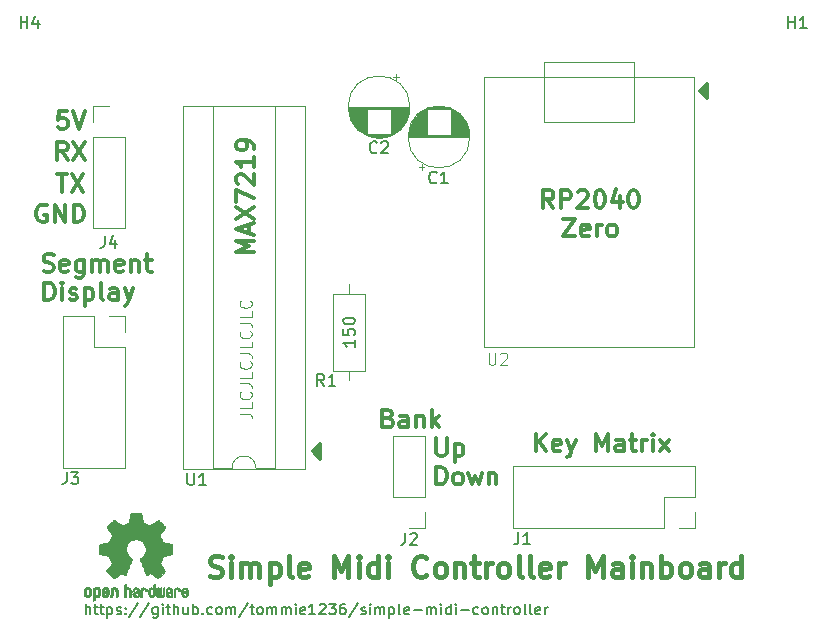
<source format=gbr>
%TF.GenerationSoftware,KiCad,Pcbnew,8.0.9-1.fc40*%
%TF.CreationDate,2025-06-27T18:33:29+02:00*%
%TF.ProjectId,simple-midi-controller,73696d70-6c65-42d6-9d69-64692d636f6e,rev?*%
%TF.SameCoordinates,Original*%
%TF.FileFunction,Legend,Top*%
%TF.FilePolarity,Positive*%
%FSLAX46Y46*%
G04 Gerber Fmt 4.6, Leading zero omitted, Abs format (unit mm)*
G04 Created by KiCad (PCBNEW 8.0.9-1.fc40) date 2025-06-27 18:33:29*
%MOMM*%
%LPD*%
G01*
G04 APERTURE LIST*
%ADD10C,0.300000*%
%ADD11C,0.400000*%
%ADD12C,0.200000*%
%ADD13C,0.100000*%
%ADD14C,0.150000*%
%ADD15C,0.120000*%
%ADD16C,0.010000*%
G04 APERTURE END LIST*
D10*
X159860000Y-42500000D02*
X159860000Y-43700000D01*
D11*
X159660000Y-42850000D02*
X159660000Y-43350000D01*
D10*
X159260000Y-43100000D02*
X159860000Y-42500000D01*
D11*
X126860000Y-73350000D02*
X126860000Y-73850000D01*
D10*
X159860000Y-43700000D02*
X159260000Y-43100000D01*
X127060000Y-74200000D02*
X126460000Y-73600000D01*
X127060000Y-73000000D02*
X127060000Y-74200000D01*
X126460000Y-73600000D02*
X127060000Y-73000000D01*
X132874510Y-70785282D02*
X133088796Y-70856710D01*
X133088796Y-70856710D02*
X133160225Y-70928139D01*
X133160225Y-70928139D02*
X133231653Y-71070996D01*
X133231653Y-71070996D02*
X133231653Y-71285282D01*
X133231653Y-71285282D02*
X133160225Y-71428139D01*
X133160225Y-71428139D02*
X133088796Y-71499568D01*
X133088796Y-71499568D02*
X132945939Y-71570996D01*
X132945939Y-71570996D02*
X132374510Y-71570996D01*
X132374510Y-71570996D02*
X132374510Y-70070996D01*
X132374510Y-70070996D02*
X132874510Y-70070996D01*
X132874510Y-70070996D02*
X133017368Y-70142425D01*
X133017368Y-70142425D02*
X133088796Y-70213853D01*
X133088796Y-70213853D02*
X133160225Y-70356710D01*
X133160225Y-70356710D02*
X133160225Y-70499568D01*
X133160225Y-70499568D02*
X133088796Y-70642425D01*
X133088796Y-70642425D02*
X133017368Y-70713853D01*
X133017368Y-70713853D02*
X132874510Y-70785282D01*
X132874510Y-70785282D02*
X132374510Y-70785282D01*
X134517368Y-71570996D02*
X134517368Y-70785282D01*
X134517368Y-70785282D02*
X134445939Y-70642425D01*
X134445939Y-70642425D02*
X134303082Y-70570996D01*
X134303082Y-70570996D02*
X134017368Y-70570996D01*
X134017368Y-70570996D02*
X133874510Y-70642425D01*
X134517368Y-71499568D02*
X134374510Y-71570996D01*
X134374510Y-71570996D02*
X134017368Y-71570996D01*
X134017368Y-71570996D02*
X133874510Y-71499568D01*
X133874510Y-71499568D02*
X133803082Y-71356710D01*
X133803082Y-71356710D02*
X133803082Y-71213853D01*
X133803082Y-71213853D02*
X133874510Y-71070996D01*
X133874510Y-71070996D02*
X134017368Y-70999568D01*
X134017368Y-70999568D02*
X134374510Y-70999568D01*
X134374510Y-70999568D02*
X134517368Y-70928139D01*
X135231653Y-70570996D02*
X135231653Y-71570996D01*
X135231653Y-70713853D02*
X135303082Y-70642425D01*
X135303082Y-70642425D02*
X135445939Y-70570996D01*
X135445939Y-70570996D02*
X135660225Y-70570996D01*
X135660225Y-70570996D02*
X135803082Y-70642425D01*
X135803082Y-70642425D02*
X135874511Y-70785282D01*
X135874511Y-70785282D02*
X135874511Y-71570996D01*
X136588796Y-71570996D02*
X136588796Y-70070996D01*
X136731654Y-70999568D02*
X137160225Y-71570996D01*
X137160225Y-70570996D02*
X136588796Y-71142425D01*
X136945938Y-72485912D02*
X136945938Y-73700198D01*
X136945938Y-73700198D02*
X137017367Y-73843055D01*
X137017367Y-73843055D02*
X137088796Y-73914484D01*
X137088796Y-73914484D02*
X137231653Y-73985912D01*
X137231653Y-73985912D02*
X137517367Y-73985912D01*
X137517367Y-73985912D02*
X137660224Y-73914484D01*
X137660224Y-73914484D02*
X137731653Y-73843055D01*
X137731653Y-73843055D02*
X137803081Y-73700198D01*
X137803081Y-73700198D02*
X137803081Y-72485912D01*
X138517367Y-72985912D02*
X138517367Y-74485912D01*
X138517367Y-73057341D02*
X138660225Y-72985912D01*
X138660225Y-72985912D02*
X138945939Y-72985912D01*
X138945939Y-72985912D02*
X139088796Y-73057341D01*
X139088796Y-73057341D02*
X139160225Y-73128769D01*
X139160225Y-73128769D02*
X139231653Y-73271626D01*
X139231653Y-73271626D02*
X139231653Y-73700198D01*
X139231653Y-73700198D02*
X139160225Y-73843055D01*
X139160225Y-73843055D02*
X139088796Y-73914484D01*
X139088796Y-73914484D02*
X138945939Y-73985912D01*
X138945939Y-73985912D02*
X138660225Y-73985912D01*
X138660225Y-73985912D02*
X138517367Y-73914484D01*
X136945938Y-76400828D02*
X136945938Y-74900828D01*
X136945938Y-74900828D02*
X137303081Y-74900828D01*
X137303081Y-74900828D02*
X137517367Y-74972257D01*
X137517367Y-74972257D02*
X137660224Y-75115114D01*
X137660224Y-75115114D02*
X137731653Y-75257971D01*
X137731653Y-75257971D02*
X137803081Y-75543685D01*
X137803081Y-75543685D02*
X137803081Y-75757971D01*
X137803081Y-75757971D02*
X137731653Y-76043685D01*
X137731653Y-76043685D02*
X137660224Y-76186542D01*
X137660224Y-76186542D02*
X137517367Y-76329400D01*
X137517367Y-76329400D02*
X137303081Y-76400828D01*
X137303081Y-76400828D02*
X136945938Y-76400828D01*
X138660224Y-76400828D02*
X138517367Y-76329400D01*
X138517367Y-76329400D02*
X138445938Y-76257971D01*
X138445938Y-76257971D02*
X138374510Y-76115114D01*
X138374510Y-76115114D02*
X138374510Y-75686542D01*
X138374510Y-75686542D02*
X138445938Y-75543685D01*
X138445938Y-75543685D02*
X138517367Y-75472257D01*
X138517367Y-75472257D02*
X138660224Y-75400828D01*
X138660224Y-75400828D02*
X138874510Y-75400828D01*
X138874510Y-75400828D02*
X139017367Y-75472257D01*
X139017367Y-75472257D02*
X139088796Y-75543685D01*
X139088796Y-75543685D02*
X139160224Y-75686542D01*
X139160224Y-75686542D02*
X139160224Y-76115114D01*
X139160224Y-76115114D02*
X139088796Y-76257971D01*
X139088796Y-76257971D02*
X139017367Y-76329400D01*
X139017367Y-76329400D02*
X138874510Y-76400828D01*
X138874510Y-76400828D02*
X138660224Y-76400828D01*
X139660224Y-75400828D02*
X139945939Y-76400828D01*
X139945939Y-76400828D02*
X140231653Y-75686542D01*
X140231653Y-75686542D02*
X140517367Y-76400828D01*
X140517367Y-76400828D02*
X140803081Y-75400828D01*
X141374510Y-75400828D02*
X141374510Y-76400828D01*
X141374510Y-75543685D02*
X141445939Y-75472257D01*
X141445939Y-75472257D02*
X141588796Y-75400828D01*
X141588796Y-75400828D02*
X141803082Y-75400828D01*
X141803082Y-75400828D02*
X141945939Y-75472257D01*
X141945939Y-75472257D02*
X142017368Y-75615114D01*
X142017368Y-75615114D02*
X142017368Y-76400828D01*
X145374510Y-73600828D02*
X145374510Y-72100828D01*
X146231653Y-73600828D02*
X145588796Y-72743685D01*
X146231653Y-72100828D02*
X145374510Y-72957971D01*
X147445939Y-73529400D02*
X147303082Y-73600828D01*
X147303082Y-73600828D02*
X147017368Y-73600828D01*
X147017368Y-73600828D02*
X146874510Y-73529400D01*
X146874510Y-73529400D02*
X146803082Y-73386542D01*
X146803082Y-73386542D02*
X146803082Y-72815114D01*
X146803082Y-72815114D02*
X146874510Y-72672257D01*
X146874510Y-72672257D02*
X147017368Y-72600828D01*
X147017368Y-72600828D02*
X147303082Y-72600828D01*
X147303082Y-72600828D02*
X147445939Y-72672257D01*
X147445939Y-72672257D02*
X147517368Y-72815114D01*
X147517368Y-72815114D02*
X147517368Y-72957971D01*
X147517368Y-72957971D02*
X146803082Y-73100828D01*
X148017367Y-72600828D02*
X148374510Y-73600828D01*
X148731653Y-72600828D02*
X148374510Y-73600828D01*
X148374510Y-73600828D02*
X148231653Y-73957971D01*
X148231653Y-73957971D02*
X148160224Y-74029400D01*
X148160224Y-74029400D02*
X148017367Y-74100828D01*
X150445938Y-73600828D02*
X150445938Y-72100828D01*
X150445938Y-72100828D02*
X150945938Y-73172257D01*
X150945938Y-73172257D02*
X151445938Y-72100828D01*
X151445938Y-72100828D02*
X151445938Y-73600828D01*
X152803082Y-73600828D02*
X152803082Y-72815114D01*
X152803082Y-72815114D02*
X152731653Y-72672257D01*
X152731653Y-72672257D02*
X152588796Y-72600828D01*
X152588796Y-72600828D02*
X152303082Y-72600828D01*
X152303082Y-72600828D02*
X152160224Y-72672257D01*
X152803082Y-73529400D02*
X152660224Y-73600828D01*
X152660224Y-73600828D02*
X152303082Y-73600828D01*
X152303082Y-73600828D02*
X152160224Y-73529400D01*
X152160224Y-73529400D02*
X152088796Y-73386542D01*
X152088796Y-73386542D02*
X152088796Y-73243685D01*
X152088796Y-73243685D02*
X152160224Y-73100828D01*
X152160224Y-73100828D02*
X152303082Y-73029400D01*
X152303082Y-73029400D02*
X152660224Y-73029400D01*
X152660224Y-73029400D02*
X152803082Y-72957971D01*
X153303082Y-72600828D02*
X153874510Y-72600828D01*
X153517367Y-72100828D02*
X153517367Y-73386542D01*
X153517367Y-73386542D02*
X153588796Y-73529400D01*
X153588796Y-73529400D02*
X153731653Y-73600828D01*
X153731653Y-73600828D02*
X153874510Y-73600828D01*
X154374510Y-73600828D02*
X154374510Y-72600828D01*
X154374510Y-72886542D02*
X154445939Y-72743685D01*
X154445939Y-72743685D02*
X154517368Y-72672257D01*
X154517368Y-72672257D02*
X154660225Y-72600828D01*
X154660225Y-72600828D02*
X154803082Y-72600828D01*
X155303081Y-73600828D02*
X155303081Y-72600828D01*
X155303081Y-72100828D02*
X155231653Y-72172257D01*
X155231653Y-72172257D02*
X155303081Y-72243685D01*
X155303081Y-72243685D02*
X155374510Y-72172257D01*
X155374510Y-72172257D02*
X155303081Y-72100828D01*
X155303081Y-72100828D02*
X155303081Y-72243685D01*
X155874510Y-73600828D02*
X156660225Y-72600828D01*
X155874510Y-72600828D02*
X156660225Y-73600828D01*
X103940225Y-52772257D02*
X103797368Y-52700828D01*
X103797368Y-52700828D02*
X103583082Y-52700828D01*
X103583082Y-52700828D02*
X103368796Y-52772257D01*
X103368796Y-52772257D02*
X103225939Y-52915114D01*
X103225939Y-52915114D02*
X103154510Y-53057971D01*
X103154510Y-53057971D02*
X103083082Y-53343685D01*
X103083082Y-53343685D02*
X103083082Y-53557971D01*
X103083082Y-53557971D02*
X103154510Y-53843685D01*
X103154510Y-53843685D02*
X103225939Y-53986542D01*
X103225939Y-53986542D02*
X103368796Y-54129400D01*
X103368796Y-54129400D02*
X103583082Y-54200828D01*
X103583082Y-54200828D02*
X103725939Y-54200828D01*
X103725939Y-54200828D02*
X103940225Y-54129400D01*
X103940225Y-54129400D02*
X104011653Y-54057971D01*
X104011653Y-54057971D02*
X104011653Y-53557971D01*
X104011653Y-53557971D02*
X103725939Y-53557971D01*
X104654510Y-54200828D02*
X104654510Y-52700828D01*
X104654510Y-52700828D02*
X105511653Y-54200828D01*
X105511653Y-54200828D02*
X105511653Y-52700828D01*
X106225939Y-54200828D02*
X106225939Y-52700828D01*
X106225939Y-52700828D02*
X106583082Y-52700828D01*
X106583082Y-52700828D02*
X106797368Y-52772257D01*
X106797368Y-52772257D02*
X106940225Y-52915114D01*
X106940225Y-52915114D02*
X107011654Y-53057971D01*
X107011654Y-53057971D02*
X107083082Y-53343685D01*
X107083082Y-53343685D02*
X107083082Y-53557971D01*
X107083082Y-53557971D02*
X107011654Y-53843685D01*
X107011654Y-53843685D02*
X106940225Y-53986542D01*
X106940225Y-53986542D02*
X106797368Y-54129400D01*
X106797368Y-54129400D02*
X106583082Y-54200828D01*
X106583082Y-54200828D02*
X106225939Y-54200828D01*
D12*
X107245863Y-87379457D02*
X107245863Y-86479457D01*
X107631578Y-87379457D02*
X107631578Y-86908028D01*
X107631578Y-86908028D02*
X107588720Y-86822314D01*
X107588720Y-86822314D02*
X107503006Y-86779457D01*
X107503006Y-86779457D02*
X107374435Y-86779457D01*
X107374435Y-86779457D02*
X107288720Y-86822314D01*
X107288720Y-86822314D02*
X107245863Y-86865171D01*
X107931578Y-86779457D02*
X108274435Y-86779457D01*
X108060149Y-86479457D02*
X108060149Y-87250885D01*
X108060149Y-87250885D02*
X108103006Y-87336600D01*
X108103006Y-87336600D02*
X108188721Y-87379457D01*
X108188721Y-87379457D02*
X108274435Y-87379457D01*
X108445864Y-86779457D02*
X108788721Y-86779457D01*
X108574435Y-86479457D02*
X108574435Y-87250885D01*
X108574435Y-87250885D02*
X108617292Y-87336600D01*
X108617292Y-87336600D02*
X108703007Y-87379457D01*
X108703007Y-87379457D02*
X108788721Y-87379457D01*
X109088721Y-86779457D02*
X109088721Y-87679457D01*
X109088721Y-86822314D02*
X109174436Y-86779457D01*
X109174436Y-86779457D02*
X109345864Y-86779457D01*
X109345864Y-86779457D02*
X109431578Y-86822314D01*
X109431578Y-86822314D02*
X109474436Y-86865171D01*
X109474436Y-86865171D02*
X109517293Y-86950885D01*
X109517293Y-86950885D02*
X109517293Y-87208028D01*
X109517293Y-87208028D02*
X109474436Y-87293742D01*
X109474436Y-87293742D02*
X109431578Y-87336600D01*
X109431578Y-87336600D02*
X109345864Y-87379457D01*
X109345864Y-87379457D02*
X109174436Y-87379457D01*
X109174436Y-87379457D02*
X109088721Y-87336600D01*
X109860150Y-87336600D02*
X109945864Y-87379457D01*
X109945864Y-87379457D02*
X110117293Y-87379457D01*
X110117293Y-87379457D02*
X110203007Y-87336600D01*
X110203007Y-87336600D02*
X110245864Y-87250885D01*
X110245864Y-87250885D02*
X110245864Y-87208028D01*
X110245864Y-87208028D02*
X110203007Y-87122314D01*
X110203007Y-87122314D02*
X110117293Y-87079457D01*
X110117293Y-87079457D02*
X109988722Y-87079457D01*
X109988722Y-87079457D02*
X109903007Y-87036600D01*
X109903007Y-87036600D02*
X109860150Y-86950885D01*
X109860150Y-86950885D02*
X109860150Y-86908028D01*
X109860150Y-86908028D02*
X109903007Y-86822314D01*
X109903007Y-86822314D02*
X109988722Y-86779457D01*
X109988722Y-86779457D02*
X110117293Y-86779457D01*
X110117293Y-86779457D02*
X110203007Y-86822314D01*
X110631578Y-87293742D02*
X110674435Y-87336600D01*
X110674435Y-87336600D02*
X110631578Y-87379457D01*
X110631578Y-87379457D02*
X110588721Y-87336600D01*
X110588721Y-87336600D02*
X110631578Y-87293742D01*
X110631578Y-87293742D02*
X110631578Y-87379457D01*
X110631578Y-86822314D02*
X110674435Y-86865171D01*
X110674435Y-86865171D02*
X110631578Y-86908028D01*
X110631578Y-86908028D02*
X110588721Y-86865171D01*
X110588721Y-86865171D02*
X110631578Y-86822314D01*
X110631578Y-86822314D02*
X110631578Y-86908028D01*
X111703006Y-86436600D02*
X110931578Y-87593742D01*
X112645863Y-86436600D02*
X111874435Y-87593742D01*
X113331578Y-86779457D02*
X113331578Y-87508028D01*
X113331578Y-87508028D02*
X113288720Y-87593742D01*
X113288720Y-87593742D02*
X113245863Y-87636600D01*
X113245863Y-87636600D02*
X113160149Y-87679457D01*
X113160149Y-87679457D02*
X113031578Y-87679457D01*
X113031578Y-87679457D02*
X112945863Y-87636600D01*
X113331578Y-87336600D02*
X113245863Y-87379457D01*
X113245863Y-87379457D02*
X113074435Y-87379457D01*
X113074435Y-87379457D02*
X112988720Y-87336600D01*
X112988720Y-87336600D02*
X112945863Y-87293742D01*
X112945863Y-87293742D02*
X112903006Y-87208028D01*
X112903006Y-87208028D02*
X112903006Y-86950885D01*
X112903006Y-86950885D02*
X112945863Y-86865171D01*
X112945863Y-86865171D02*
X112988720Y-86822314D01*
X112988720Y-86822314D02*
X113074435Y-86779457D01*
X113074435Y-86779457D02*
X113245863Y-86779457D01*
X113245863Y-86779457D02*
X113331578Y-86822314D01*
X113760149Y-87379457D02*
X113760149Y-86779457D01*
X113760149Y-86479457D02*
X113717292Y-86522314D01*
X113717292Y-86522314D02*
X113760149Y-86565171D01*
X113760149Y-86565171D02*
X113803006Y-86522314D01*
X113803006Y-86522314D02*
X113760149Y-86479457D01*
X113760149Y-86479457D02*
X113760149Y-86565171D01*
X114060149Y-86779457D02*
X114403006Y-86779457D01*
X114188720Y-86479457D02*
X114188720Y-87250885D01*
X114188720Y-87250885D02*
X114231577Y-87336600D01*
X114231577Y-87336600D02*
X114317292Y-87379457D01*
X114317292Y-87379457D02*
X114403006Y-87379457D01*
X114703006Y-87379457D02*
X114703006Y-86479457D01*
X115088721Y-87379457D02*
X115088721Y-86908028D01*
X115088721Y-86908028D02*
X115045863Y-86822314D01*
X115045863Y-86822314D02*
X114960149Y-86779457D01*
X114960149Y-86779457D02*
X114831578Y-86779457D01*
X114831578Y-86779457D02*
X114745863Y-86822314D01*
X114745863Y-86822314D02*
X114703006Y-86865171D01*
X115903007Y-86779457D02*
X115903007Y-87379457D01*
X115517292Y-86779457D02*
X115517292Y-87250885D01*
X115517292Y-87250885D02*
X115560149Y-87336600D01*
X115560149Y-87336600D02*
X115645864Y-87379457D01*
X115645864Y-87379457D02*
X115774435Y-87379457D01*
X115774435Y-87379457D02*
X115860149Y-87336600D01*
X115860149Y-87336600D02*
X115903007Y-87293742D01*
X116331578Y-87379457D02*
X116331578Y-86479457D01*
X116331578Y-86822314D02*
X116417293Y-86779457D01*
X116417293Y-86779457D02*
X116588721Y-86779457D01*
X116588721Y-86779457D02*
X116674435Y-86822314D01*
X116674435Y-86822314D02*
X116717293Y-86865171D01*
X116717293Y-86865171D02*
X116760150Y-86950885D01*
X116760150Y-86950885D02*
X116760150Y-87208028D01*
X116760150Y-87208028D02*
X116717293Y-87293742D01*
X116717293Y-87293742D02*
X116674435Y-87336600D01*
X116674435Y-87336600D02*
X116588721Y-87379457D01*
X116588721Y-87379457D02*
X116417293Y-87379457D01*
X116417293Y-87379457D02*
X116331578Y-87336600D01*
X117145864Y-87293742D02*
X117188721Y-87336600D01*
X117188721Y-87336600D02*
X117145864Y-87379457D01*
X117145864Y-87379457D02*
X117103007Y-87336600D01*
X117103007Y-87336600D02*
X117145864Y-87293742D01*
X117145864Y-87293742D02*
X117145864Y-87379457D01*
X117960150Y-87336600D02*
X117874435Y-87379457D01*
X117874435Y-87379457D02*
X117703007Y-87379457D01*
X117703007Y-87379457D02*
X117617292Y-87336600D01*
X117617292Y-87336600D02*
X117574435Y-87293742D01*
X117574435Y-87293742D02*
X117531578Y-87208028D01*
X117531578Y-87208028D02*
X117531578Y-86950885D01*
X117531578Y-86950885D02*
X117574435Y-86865171D01*
X117574435Y-86865171D02*
X117617292Y-86822314D01*
X117617292Y-86822314D02*
X117703007Y-86779457D01*
X117703007Y-86779457D02*
X117874435Y-86779457D01*
X117874435Y-86779457D02*
X117960150Y-86822314D01*
X118474436Y-87379457D02*
X118388721Y-87336600D01*
X118388721Y-87336600D02*
X118345864Y-87293742D01*
X118345864Y-87293742D02*
X118303007Y-87208028D01*
X118303007Y-87208028D02*
X118303007Y-86950885D01*
X118303007Y-86950885D02*
X118345864Y-86865171D01*
X118345864Y-86865171D02*
X118388721Y-86822314D01*
X118388721Y-86822314D02*
X118474436Y-86779457D01*
X118474436Y-86779457D02*
X118603007Y-86779457D01*
X118603007Y-86779457D02*
X118688721Y-86822314D01*
X118688721Y-86822314D02*
X118731579Y-86865171D01*
X118731579Y-86865171D02*
X118774436Y-86950885D01*
X118774436Y-86950885D02*
X118774436Y-87208028D01*
X118774436Y-87208028D02*
X118731579Y-87293742D01*
X118731579Y-87293742D02*
X118688721Y-87336600D01*
X118688721Y-87336600D02*
X118603007Y-87379457D01*
X118603007Y-87379457D02*
X118474436Y-87379457D01*
X119160150Y-87379457D02*
X119160150Y-86779457D01*
X119160150Y-86865171D02*
X119203007Y-86822314D01*
X119203007Y-86822314D02*
X119288722Y-86779457D01*
X119288722Y-86779457D02*
X119417293Y-86779457D01*
X119417293Y-86779457D02*
X119503007Y-86822314D01*
X119503007Y-86822314D02*
X119545865Y-86908028D01*
X119545865Y-86908028D02*
X119545865Y-87379457D01*
X119545865Y-86908028D02*
X119588722Y-86822314D01*
X119588722Y-86822314D02*
X119674436Y-86779457D01*
X119674436Y-86779457D02*
X119803007Y-86779457D01*
X119803007Y-86779457D02*
X119888722Y-86822314D01*
X119888722Y-86822314D02*
X119931579Y-86908028D01*
X119931579Y-86908028D02*
X119931579Y-87379457D01*
X121003007Y-86436600D02*
X120231579Y-87593742D01*
X121174436Y-86779457D02*
X121517293Y-86779457D01*
X121303007Y-86479457D02*
X121303007Y-87250885D01*
X121303007Y-87250885D02*
X121345864Y-87336600D01*
X121345864Y-87336600D02*
X121431579Y-87379457D01*
X121431579Y-87379457D02*
X121517293Y-87379457D01*
X121945865Y-87379457D02*
X121860150Y-87336600D01*
X121860150Y-87336600D02*
X121817293Y-87293742D01*
X121817293Y-87293742D02*
X121774436Y-87208028D01*
X121774436Y-87208028D02*
X121774436Y-86950885D01*
X121774436Y-86950885D02*
X121817293Y-86865171D01*
X121817293Y-86865171D02*
X121860150Y-86822314D01*
X121860150Y-86822314D02*
X121945865Y-86779457D01*
X121945865Y-86779457D02*
X122074436Y-86779457D01*
X122074436Y-86779457D02*
X122160150Y-86822314D01*
X122160150Y-86822314D02*
X122203008Y-86865171D01*
X122203008Y-86865171D02*
X122245865Y-86950885D01*
X122245865Y-86950885D02*
X122245865Y-87208028D01*
X122245865Y-87208028D02*
X122203008Y-87293742D01*
X122203008Y-87293742D02*
X122160150Y-87336600D01*
X122160150Y-87336600D02*
X122074436Y-87379457D01*
X122074436Y-87379457D02*
X121945865Y-87379457D01*
X122631579Y-87379457D02*
X122631579Y-86779457D01*
X122631579Y-86865171D02*
X122674436Y-86822314D01*
X122674436Y-86822314D02*
X122760151Y-86779457D01*
X122760151Y-86779457D02*
X122888722Y-86779457D01*
X122888722Y-86779457D02*
X122974436Y-86822314D01*
X122974436Y-86822314D02*
X123017294Y-86908028D01*
X123017294Y-86908028D02*
X123017294Y-87379457D01*
X123017294Y-86908028D02*
X123060151Y-86822314D01*
X123060151Y-86822314D02*
X123145865Y-86779457D01*
X123145865Y-86779457D02*
X123274436Y-86779457D01*
X123274436Y-86779457D02*
X123360151Y-86822314D01*
X123360151Y-86822314D02*
X123403008Y-86908028D01*
X123403008Y-86908028D02*
X123403008Y-87379457D01*
X123831579Y-87379457D02*
X123831579Y-86779457D01*
X123831579Y-86865171D02*
X123874436Y-86822314D01*
X123874436Y-86822314D02*
X123960151Y-86779457D01*
X123960151Y-86779457D02*
X124088722Y-86779457D01*
X124088722Y-86779457D02*
X124174436Y-86822314D01*
X124174436Y-86822314D02*
X124217294Y-86908028D01*
X124217294Y-86908028D02*
X124217294Y-87379457D01*
X124217294Y-86908028D02*
X124260151Y-86822314D01*
X124260151Y-86822314D02*
X124345865Y-86779457D01*
X124345865Y-86779457D02*
X124474436Y-86779457D01*
X124474436Y-86779457D02*
X124560151Y-86822314D01*
X124560151Y-86822314D02*
X124603008Y-86908028D01*
X124603008Y-86908028D02*
X124603008Y-87379457D01*
X125031579Y-87379457D02*
X125031579Y-86779457D01*
X125031579Y-86479457D02*
X124988722Y-86522314D01*
X124988722Y-86522314D02*
X125031579Y-86565171D01*
X125031579Y-86565171D02*
X125074436Y-86522314D01*
X125074436Y-86522314D02*
X125031579Y-86479457D01*
X125031579Y-86479457D02*
X125031579Y-86565171D01*
X125803007Y-87336600D02*
X125717293Y-87379457D01*
X125717293Y-87379457D02*
X125545865Y-87379457D01*
X125545865Y-87379457D02*
X125460150Y-87336600D01*
X125460150Y-87336600D02*
X125417293Y-87250885D01*
X125417293Y-87250885D02*
X125417293Y-86908028D01*
X125417293Y-86908028D02*
X125460150Y-86822314D01*
X125460150Y-86822314D02*
X125545865Y-86779457D01*
X125545865Y-86779457D02*
X125717293Y-86779457D01*
X125717293Y-86779457D02*
X125803007Y-86822314D01*
X125803007Y-86822314D02*
X125845865Y-86908028D01*
X125845865Y-86908028D02*
X125845865Y-86993742D01*
X125845865Y-86993742D02*
X125417293Y-87079457D01*
X126703008Y-87379457D02*
X126188722Y-87379457D01*
X126445865Y-87379457D02*
X126445865Y-86479457D01*
X126445865Y-86479457D02*
X126360151Y-86608028D01*
X126360151Y-86608028D02*
X126274436Y-86693742D01*
X126274436Y-86693742D02*
X126188722Y-86736600D01*
X127045865Y-86565171D02*
X127088722Y-86522314D01*
X127088722Y-86522314D02*
X127174437Y-86479457D01*
X127174437Y-86479457D02*
X127388722Y-86479457D01*
X127388722Y-86479457D02*
X127474437Y-86522314D01*
X127474437Y-86522314D02*
X127517294Y-86565171D01*
X127517294Y-86565171D02*
X127560151Y-86650885D01*
X127560151Y-86650885D02*
X127560151Y-86736600D01*
X127560151Y-86736600D02*
X127517294Y-86865171D01*
X127517294Y-86865171D02*
X127003008Y-87379457D01*
X127003008Y-87379457D02*
X127560151Y-87379457D01*
X127860151Y-86479457D02*
X128417294Y-86479457D01*
X128417294Y-86479457D02*
X128117294Y-86822314D01*
X128117294Y-86822314D02*
X128245865Y-86822314D01*
X128245865Y-86822314D02*
X128331580Y-86865171D01*
X128331580Y-86865171D02*
X128374437Y-86908028D01*
X128374437Y-86908028D02*
X128417294Y-86993742D01*
X128417294Y-86993742D02*
X128417294Y-87208028D01*
X128417294Y-87208028D02*
X128374437Y-87293742D01*
X128374437Y-87293742D02*
X128331580Y-87336600D01*
X128331580Y-87336600D02*
X128245865Y-87379457D01*
X128245865Y-87379457D02*
X127988722Y-87379457D01*
X127988722Y-87379457D02*
X127903008Y-87336600D01*
X127903008Y-87336600D02*
X127860151Y-87293742D01*
X129188723Y-86479457D02*
X129017294Y-86479457D01*
X129017294Y-86479457D02*
X128931580Y-86522314D01*
X128931580Y-86522314D02*
X128888723Y-86565171D01*
X128888723Y-86565171D02*
X128803008Y-86693742D01*
X128803008Y-86693742D02*
X128760151Y-86865171D01*
X128760151Y-86865171D02*
X128760151Y-87208028D01*
X128760151Y-87208028D02*
X128803008Y-87293742D01*
X128803008Y-87293742D02*
X128845865Y-87336600D01*
X128845865Y-87336600D02*
X128931580Y-87379457D01*
X128931580Y-87379457D02*
X129103008Y-87379457D01*
X129103008Y-87379457D02*
X129188723Y-87336600D01*
X129188723Y-87336600D02*
X129231580Y-87293742D01*
X129231580Y-87293742D02*
X129274437Y-87208028D01*
X129274437Y-87208028D02*
X129274437Y-86993742D01*
X129274437Y-86993742D02*
X129231580Y-86908028D01*
X129231580Y-86908028D02*
X129188723Y-86865171D01*
X129188723Y-86865171D02*
X129103008Y-86822314D01*
X129103008Y-86822314D02*
X128931580Y-86822314D01*
X128931580Y-86822314D02*
X128845865Y-86865171D01*
X128845865Y-86865171D02*
X128803008Y-86908028D01*
X128803008Y-86908028D02*
X128760151Y-86993742D01*
X130303008Y-86436600D02*
X129531580Y-87593742D01*
X130560151Y-87336600D02*
X130645865Y-87379457D01*
X130645865Y-87379457D02*
X130817294Y-87379457D01*
X130817294Y-87379457D02*
X130903008Y-87336600D01*
X130903008Y-87336600D02*
X130945865Y-87250885D01*
X130945865Y-87250885D02*
X130945865Y-87208028D01*
X130945865Y-87208028D02*
X130903008Y-87122314D01*
X130903008Y-87122314D02*
X130817294Y-87079457D01*
X130817294Y-87079457D02*
X130688723Y-87079457D01*
X130688723Y-87079457D02*
X130603008Y-87036600D01*
X130603008Y-87036600D02*
X130560151Y-86950885D01*
X130560151Y-86950885D02*
X130560151Y-86908028D01*
X130560151Y-86908028D02*
X130603008Y-86822314D01*
X130603008Y-86822314D02*
X130688723Y-86779457D01*
X130688723Y-86779457D02*
X130817294Y-86779457D01*
X130817294Y-86779457D02*
X130903008Y-86822314D01*
X131331579Y-87379457D02*
X131331579Y-86779457D01*
X131331579Y-86479457D02*
X131288722Y-86522314D01*
X131288722Y-86522314D02*
X131331579Y-86565171D01*
X131331579Y-86565171D02*
X131374436Y-86522314D01*
X131374436Y-86522314D02*
X131331579Y-86479457D01*
X131331579Y-86479457D02*
X131331579Y-86565171D01*
X131760150Y-87379457D02*
X131760150Y-86779457D01*
X131760150Y-86865171D02*
X131803007Y-86822314D01*
X131803007Y-86822314D02*
X131888722Y-86779457D01*
X131888722Y-86779457D02*
X132017293Y-86779457D01*
X132017293Y-86779457D02*
X132103007Y-86822314D01*
X132103007Y-86822314D02*
X132145865Y-86908028D01*
X132145865Y-86908028D02*
X132145865Y-87379457D01*
X132145865Y-86908028D02*
X132188722Y-86822314D01*
X132188722Y-86822314D02*
X132274436Y-86779457D01*
X132274436Y-86779457D02*
X132403007Y-86779457D01*
X132403007Y-86779457D02*
X132488722Y-86822314D01*
X132488722Y-86822314D02*
X132531579Y-86908028D01*
X132531579Y-86908028D02*
X132531579Y-87379457D01*
X132960150Y-86779457D02*
X132960150Y-87679457D01*
X132960150Y-86822314D02*
X133045865Y-86779457D01*
X133045865Y-86779457D02*
X133217293Y-86779457D01*
X133217293Y-86779457D02*
X133303007Y-86822314D01*
X133303007Y-86822314D02*
X133345865Y-86865171D01*
X133345865Y-86865171D02*
X133388722Y-86950885D01*
X133388722Y-86950885D02*
X133388722Y-87208028D01*
X133388722Y-87208028D02*
X133345865Y-87293742D01*
X133345865Y-87293742D02*
X133303007Y-87336600D01*
X133303007Y-87336600D02*
X133217293Y-87379457D01*
X133217293Y-87379457D02*
X133045865Y-87379457D01*
X133045865Y-87379457D02*
X132960150Y-87336600D01*
X133903008Y-87379457D02*
X133817293Y-87336600D01*
X133817293Y-87336600D02*
X133774436Y-87250885D01*
X133774436Y-87250885D02*
X133774436Y-86479457D01*
X134588722Y-87336600D02*
X134503008Y-87379457D01*
X134503008Y-87379457D02*
X134331580Y-87379457D01*
X134331580Y-87379457D02*
X134245865Y-87336600D01*
X134245865Y-87336600D02*
X134203008Y-87250885D01*
X134203008Y-87250885D02*
X134203008Y-86908028D01*
X134203008Y-86908028D02*
X134245865Y-86822314D01*
X134245865Y-86822314D02*
X134331580Y-86779457D01*
X134331580Y-86779457D02*
X134503008Y-86779457D01*
X134503008Y-86779457D02*
X134588722Y-86822314D01*
X134588722Y-86822314D02*
X134631580Y-86908028D01*
X134631580Y-86908028D02*
X134631580Y-86993742D01*
X134631580Y-86993742D02*
X134203008Y-87079457D01*
X135017294Y-87036600D02*
X135703009Y-87036600D01*
X136131580Y-87379457D02*
X136131580Y-86779457D01*
X136131580Y-86865171D02*
X136174437Y-86822314D01*
X136174437Y-86822314D02*
X136260152Y-86779457D01*
X136260152Y-86779457D02*
X136388723Y-86779457D01*
X136388723Y-86779457D02*
X136474437Y-86822314D01*
X136474437Y-86822314D02*
X136517295Y-86908028D01*
X136517295Y-86908028D02*
X136517295Y-87379457D01*
X136517295Y-86908028D02*
X136560152Y-86822314D01*
X136560152Y-86822314D02*
X136645866Y-86779457D01*
X136645866Y-86779457D02*
X136774437Y-86779457D01*
X136774437Y-86779457D02*
X136860152Y-86822314D01*
X136860152Y-86822314D02*
X136903009Y-86908028D01*
X136903009Y-86908028D02*
X136903009Y-87379457D01*
X137331580Y-87379457D02*
X137331580Y-86779457D01*
X137331580Y-86479457D02*
X137288723Y-86522314D01*
X137288723Y-86522314D02*
X137331580Y-86565171D01*
X137331580Y-86565171D02*
X137374437Y-86522314D01*
X137374437Y-86522314D02*
X137331580Y-86479457D01*
X137331580Y-86479457D02*
X137331580Y-86565171D01*
X138145866Y-87379457D02*
X138145866Y-86479457D01*
X138145866Y-87336600D02*
X138060151Y-87379457D01*
X138060151Y-87379457D02*
X137888723Y-87379457D01*
X137888723Y-87379457D02*
X137803008Y-87336600D01*
X137803008Y-87336600D02*
X137760151Y-87293742D01*
X137760151Y-87293742D02*
X137717294Y-87208028D01*
X137717294Y-87208028D02*
X137717294Y-86950885D01*
X137717294Y-86950885D02*
X137760151Y-86865171D01*
X137760151Y-86865171D02*
X137803008Y-86822314D01*
X137803008Y-86822314D02*
X137888723Y-86779457D01*
X137888723Y-86779457D02*
X138060151Y-86779457D01*
X138060151Y-86779457D02*
X138145866Y-86822314D01*
X138574437Y-87379457D02*
X138574437Y-86779457D01*
X138574437Y-86479457D02*
X138531580Y-86522314D01*
X138531580Y-86522314D02*
X138574437Y-86565171D01*
X138574437Y-86565171D02*
X138617294Y-86522314D01*
X138617294Y-86522314D02*
X138574437Y-86479457D01*
X138574437Y-86479457D02*
X138574437Y-86565171D01*
X139003008Y-87036600D02*
X139688723Y-87036600D01*
X140503009Y-87336600D02*
X140417294Y-87379457D01*
X140417294Y-87379457D02*
X140245866Y-87379457D01*
X140245866Y-87379457D02*
X140160151Y-87336600D01*
X140160151Y-87336600D02*
X140117294Y-87293742D01*
X140117294Y-87293742D02*
X140074437Y-87208028D01*
X140074437Y-87208028D02*
X140074437Y-86950885D01*
X140074437Y-86950885D02*
X140117294Y-86865171D01*
X140117294Y-86865171D02*
X140160151Y-86822314D01*
X140160151Y-86822314D02*
X140245866Y-86779457D01*
X140245866Y-86779457D02*
X140417294Y-86779457D01*
X140417294Y-86779457D02*
X140503009Y-86822314D01*
X141017295Y-87379457D02*
X140931580Y-87336600D01*
X140931580Y-87336600D02*
X140888723Y-87293742D01*
X140888723Y-87293742D02*
X140845866Y-87208028D01*
X140845866Y-87208028D02*
X140845866Y-86950885D01*
X140845866Y-86950885D02*
X140888723Y-86865171D01*
X140888723Y-86865171D02*
X140931580Y-86822314D01*
X140931580Y-86822314D02*
X141017295Y-86779457D01*
X141017295Y-86779457D02*
X141145866Y-86779457D01*
X141145866Y-86779457D02*
X141231580Y-86822314D01*
X141231580Y-86822314D02*
X141274438Y-86865171D01*
X141274438Y-86865171D02*
X141317295Y-86950885D01*
X141317295Y-86950885D02*
X141317295Y-87208028D01*
X141317295Y-87208028D02*
X141274438Y-87293742D01*
X141274438Y-87293742D02*
X141231580Y-87336600D01*
X141231580Y-87336600D02*
X141145866Y-87379457D01*
X141145866Y-87379457D02*
X141017295Y-87379457D01*
X141703009Y-86779457D02*
X141703009Y-87379457D01*
X141703009Y-86865171D02*
X141745866Y-86822314D01*
X141745866Y-86822314D02*
X141831581Y-86779457D01*
X141831581Y-86779457D02*
X141960152Y-86779457D01*
X141960152Y-86779457D02*
X142045866Y-86822314D01*
X142045866Y-86822314D02*
X142088724Y-86908028D01*
X142088724Y-86908028D02*
X142088724Y-87379457D01*
X142388724Y-86779457D02*
X142731581Y-86779457D01*
X142517295Y-86479457D02*
X142517295Y-87250885D01*
X142517295Y-87250885D02*
X142560152Y-87336600D01*
X142560152Y-87336600D02*
X142645867Y-87379457D01*
X142645867Y-87379457D02*
X142731581Y-87379457D01*
X143031581Y-87379457D02*
X143031581Y-86779457D01*
X143031581Y-86950885D02*
X143074438Y-86865171D01*
X143074438Y-86865171D02*
X143117296Y-86822314D01*
X143117296Y-86822314D02*
X143203010Y-86779457D01*
X143203010Y-86779457D02*
X143288724Y-86779457D01*
X143717296Y-87379457D02*
X143631581Y-87336600D01*
X143631581Y-87336600D02*
X143588724Y-87293742D01*
X143588724Y-87293742D02*
X143545867Y-87208028D01*
X143545867Y-87208028D02*
X143545867Y-86950885D01*
X143545867Y-86950885D02*
X143588724Y-86865171D01*
X143588724Y-86865171D02*
X143631581Y-86822314D01*
X143631581Y-86822314D02*
X143717296Y-86779457D01*
X143717296Y-86779457D02*
X143845867Y-86779457D01*
X143845867Y-86779457D02*
X143931581Y-86822314D01*
X143931581Y-86822314D02*
X143974439Y-86865171D01*
X143974439Y-86865171D02*
X144017296Y-86950885D01*
X144017296Y-86950885D02*
X144017296Y-87208028D01*
X144017296Y-87208028D02*
X143974439Y-87293742D01*
X143974439Y-87293742D02*
X143931581Y-87336600D01*
X143931581Y-87336600D02*
X143845867Y-87379457D01*
X143845867Y-87379457D02*
X143717296Y-87379457D01*
X144531582Y-87379457D02*
X144445867Y-87336600D01*
X144445867Y-87336600D02*
X144403010Y-87250885D01*
X144403010Y-87250885D02*
X144403010Y-86479457D01*
X145003011Y-87379457D02*
X144917296Y-87336600D01*
X144917296Y-87336600D02*
X144874439Y-87250885D01*
X144874439Y-87250885D02*
X144874439Y-86479457D01*
X145688725Y-87336600D02*
X145603011Y-87379457D01*
X145603011Y-87379457D02*
X145431583Y-87379457D01*
X145431583Y-87379457D02*
X145345868Y-87336600D01*
X145345868Y-87336600D02*
X145303011Y-87250885D01*
X145303011Y-87250885D02*
X145303011Y-86908028D01*
X145303011Y-86908028D02*
X145345868Y-86822314D01*
X145345868Y-86822314D02*
X145431583Y-86779457D01*
X145431583Y-86779457D02*
X145603011Y-86779457D01*
X145603011Y-86779457D02*
X145688725Y-86822314D01*
X145688725Y-86822314D02*
X145731583Y-86908028D01*
X145731583Y-86908028D02*
X145731583Y-86993742D01*
X145731583Y-86993742D02*
X145303011Y-87079457D01*
X146117297Y-87379457D02*
X146117297Y-86779457D01*
X146117297Y-86950885D02*
X146160154Y-86865171D01*
X146160154Y-86865171D02*
X146203012Y-86822314D01*
X146203012Y-86822314D02*
X146288726Y-86779457D01*
X146288726Y-86779457D02*
X146374440Y-86779457D01*
D10*
X121500828Y-56745489D02*
X120000828Y-56745489D01*
X120000828Y-56745489D02*
X121072257Y-56245489D01*
X121072257Y-56245489D02*
X120000828Y-55745489D01*
X120000828Y-55745489D02*
X121500828Y-55745489D01*
X121072257Y-55102631D02*
X121072257Y-54388346D01*
X121500828Y-55245488D02*
X120000828Y-54745488D01*
X120000828Y-54745488D02*
X121500828Y-54245488D01*
X120000828Y-53888346D02*
X121500828Y-52888346D01*
X120000828Y-52888346D02*
X121500828Y-53888346D01*
X120000828Y-52459775D02*
X120000828Y-51459775D01*
X120000828Y-51459775D02*
X121500828Y-52102632D01*
X120143685Y-50959775D02*
X120072257Y-50888347D01*
X120072257Y-50888347D02*
X120000828Y-50745490D01*
X120000828Y-50745490D02*
X120000828Y-50388347D01*
X120000828Y-50388347D02*
X120072257Y-50245490D01*
X120072257Y-50245490D02*
X120143685Y-50174061D01*
X120143685Y-50174061D02*
X120286542Y-50102632D01*
X120286542Y-50102632D02*
X120429400Y-50102632D01*
X120429400Y-50102632D02*
X120643685Y-50174061D01*
X120643685Y-50174061D02*
X121500828Y-51031204D01*
X121500828Y-51031204D02*
X121500828Y-50102632D01*
X121500828Y-48674061D02*
X121500828Y-49531204D01*
X121500828Y-49102633D02*
X120000828Y-49102633D01*
X120000828Y-49102633D02*
X120215114Y-49245490D01*
X120215114Y-49245490D02*
X120357971Y-49388347D01*
X120357971Y-49388347D02*
X120429400Y-49531204D01*
X121500828Y-47959776D02*
X121500828Y-47674062D01*
X121500828Y-47674062D02*
X121429400Y-47531205D01*
X121429400Y-47531205D02*
X121357971Y-47459776D01*
X121357971Y-47459776D02*
X121143685Y-47316919D01*
X121143685Y-47316919D02*
X120857971Y-47245490D01*
X120857971Y-47245490D02*
X120286542Y-47245490D01*
X120286542Y-47245490D02*
X120143685Y-47316919D01*
X120143685Y-47316919D02*
X120072257Y-47388348D01*
X120072257Y-47388348D02*
X120000828Y-47531205D01*
X120000828Y-47531205D02*
X120000828Y-47816919D01*
X120000828Y-47816919D02*
X120072257Y-47959776D01*
X120072257Y-47959776D02*
X120143685Y-48031205D01*
X120143685Y-48031205D02*
X120286542Y-48102633D01*
X120286542Y-48102633D02*
X120643685Y-48102633D01*
X120643685Y-48102633D02*
X120786542Y-48031205D01*
X120786542Y-48031205D02*
X120857971Y-47959776D01*
X120857971Y-47959776D02*
X120929400Y-47816919D01*
X120929400Y-47816919D02*
X120929400Y-47531205D01*
X120929400Y-47531205D02*
X120857971Y-47388348D01*
X120857971Y-47388348D02*
X120786542Y-47316919D01*
X120786542Y-47316919D02*
X120643685Y-47245490D01*
X104840225Y-50100828D02*
X105697368Y-50100828D01*
X105268796Y-51600828D02*
X105268796Y-50100828D01*
X106054510Y-50100828D02*
X107054510Y-51600828D01*
X107054510Y-50100828D02*
X106054510Y-51600828D01*
X105711653Y-48900828D02*
X105211653Y-48186542D01*
X104854510Y-48900828D02*
X104854510Y-47400828D01*
X104854510Y-47400828D02*
X105425939Y-47400828D01*
X105425939Y-47400828D02*
X105568796Y-47472257D01*
X105568796Y-47472257D02*
X105640225Y-47543685D01*
X105640225Y-47543685D02*
X105711653Y-47686542D01*
X105711653Y-47686542D02*
X105711653Y-47900828D01*
X105711653Y-47900828D02*
X105640225Y-48043685D01*
X105640225Y-48043685D02*
X105568796Y-48115114D01*
X105568796Y-48115114D02*
X105425939Y-48186542D01*
X105425939Y-48186542D02*
X104854510Y-48186542D01*
X106211653Y-47400828D02*
X107211653Y-48900828D01*
X107211653Y-47400828D02*
X106211653Y-48900828D01*
D11*
X117756014Y-84173200D02*
X118013157Y-84258914D01*
X118013157Y-84258914D02*
X118441728Y-84258914D01*
X118441728Y-84258914D02*
X118613157Y-84173200D01*
X118613157Y-84173200D02*
X118698871Y-84087485D01*
X118698871Y-84087485D02*
X118784585Y-83916057D01*
X118784585Y-83916057D02*
X118784585Y-83744628D01*
X118784585Y-83744628D02*
X118698871Y-83573200D01*
X118698871Y-83573200D02*
X118613157Y-83487485D01*
X118613157Y-83487485D02*
X118441728Y-83401771D01*
X118441728Y-83401771D02*
X118098871Y-83316057D01*
X118098871Y-83316057D02*
X117927442Y-83230342D01*
X117927442Y-83230342D02*
X117841728Y-83144628D01*
X117841728Y-83144628D02*
X117756014Y-82973200D01*
X117756014Y-82973200D02*
X117756014Y-82801771D01*
X117756014Y-82801771D02*
X117841728Y-82630342D01*
X117841728Y-82630342D02*
X117927442Y-82544628D01*
X117927442Y-82544628D02*
X118098871Y-82458914D01*
X118098871Y-82458914D02*
X118527442Y-82458914D01*
X118527442Y-82458914D02*
X118784585Y-82544628D01*
X119556014Y-84258914D02*
X119556014Y-83058914D01*
X119556014Y-82458914D02*
X119470300Y-82544628D01*
X119470300Y-82544628D02*
X119556014Y-82630342D01*
X119556014Y-82630342D02*
X119641728Y-82544628D01*
X119641728Y-82544628D02*
X119556014Y-82458914D01*
X119556014Y-82458914D02*
X119556014Y-82630342D01*
X120413157Y-84258914D02*
X120413157Y-83058914D01*
X120413157Y-83230342D02*
X120498871Y-83144628D01*
X120498871Y-83144628D02*
X120670300Y-83058914D01*
X120670300Y-83058914D02*
X120927443Y-83058914D01*
X120927443Y-83058914D02*
X121098871Y-83144628D01*
X121098871Y-83144628D02*
X121184586Y-83316057D01*
X121184586Y-83316057D02*
X121184586Y-84258914D01*
X121184586Y-83316057D02*
X121270300Y-83144628D01*
X121270300Y-83144628D02*
X121441728Y-83058914D01*
X121441728Y-83058914D02*
X121698871Y-83058914D01*
X121698871Y-83058914D02*
X121870300Y-83144628D01*
X121870300Y-83144628D02*
X121956014Y-83316057D01*
X121956014Y-83316057D02*
X121956014Y-84258914D01*
X122813157Y-83058914D02*
X122813157Y-84858914D01*
X122813157Y-83144628D02*
X122984586Y-83058914D01*
X122984586Y-83058914D02*
X123327443Y-83058914D01*
X123327443Y-83058914D02*
X123498871Y-83144628D01*
X123498871Y-83144628D02*
X123584586Y-83230342D01*
X123584586Y-83230342D02*
X123670300Y-83401771D01*
X123670300Y-83401771D02*
X123670300Y-83916057D01*
X123670300Y-83916057D02*
X123584586Y-84087485D01*
X123584586Y-84087485D02*
X123498871Y-84173200D01*
X123498871Y-84173200D02*
X123327443Y-84258914D01*
X123327443Y-84258914D02*
X122984586Y-84258914D01*
X122984586Y-84258914D02*
X122813157Y-84173200D01*
X124698871Y-84258914D02*
X124527442Y-84173200D01*
X124527442Y-84173200D02*
X124441728Y-84001771D01*
X124441728Y-84001771D02*
X124441728Y-82458914D01*
X126070299Y-84173200D02*
X125898871Y-84258914D01*
X125898871Y-84258914D02*
X125556014Y-84258914D01*
X125556014Y-84258914D02*
X125384585Y-84173200D01*
X125384585Y-84173200D02*
X125298871Y-84001771D01*
X125298871Y-84001771D02*
X125298871Y-83316057D01*
X125298871Y-83316057D02*
X125384585Y-83144628D01*
X125384585Y-83144628D02*
X125556014Y-83058914D01*
X125556014Y-83058914D02*
X125898871Y-83058914D01*
X125898871Y-83058914D02*
X126070299Y-83144628D01*
X126070299Y-83144628D02*
X126156014Y-83316057D01*
X126156014Y-83316057D02*
X126156014Y-83487485D01*
X126156014Y-83487485D02*
X125298871Y-83658914D01*
X128298871Y-84258914D02*
X128298871Y-82458914D01*
X128298871Y-82458914D02*
X128898871Y-83744628D01*
X128898871Y-83744628D02*
X129498871Y-82458914D01*
X129498871Y-82458914D02*
X129498871Y-84258914D01*
X130356014Y-84258914D02*
X130356014Y-83058914D01*
X130356014Y-82458914D02*
X130270300Y-82544628D01*
X130270300Y-82544628D02*
X130356014Y-82630342D01*
X130356014Y-82630342D02*
X130441728Y-82544628D01*
X130441728Y-82544628D02*
X130356014Y-82458914D01*
X130356014Y-82458914D02*
X130356014Y-82630342D01*
X131984586Y-84258914D02*
X131984586Y-82458914D01*
X131984586Y-84173200D02*
X131813157Y-84258914D01*
X131813157Y-84258914D02*
X131470300Y-84258914D01*
X131470300Y-84258914D02*
X131298871Y-84173200D01*
X131298871Y-84173200D02*
X131213157Y-84087485D01*
X131213157Y-84087485D02*
X131127443Y-83916057D01*
X131127443Y-83916057D02*
X131127443Y-83401771D01*
X131127443Y-83401771D02*
X131213157Y-83230342D01*
X131213157Y-83230342D02*
X131298871Y-83144628D01*
X131298871Y-83144628D02*
X131470300Y-83058914D01*
X131470300Y-83058914D02*
X131813157Y-83058914D01*
X131813157Y-83058914D02*
X131984586Y-83144628D01*
X132841728Y-84258914D02*
X132841728Y-83058914D01*
X132841728Y-82458914D02*
X132756014Y-82544628D01*
X132756014Y-82544628D02*
X132841728Y-82630342D01*
X132841728Y-82630342D02*
X132927442Y-82544628D01*
X132927442Y-82544628D02*
X132841728Y-82458914D01*
X132841728Y-82458914D02*
X132841728Y-82630342D01*
X136098871Y-84087485D02*
X136013157Y-84173200D01*
X136013157Y-84173200D02*
X135756014Y-84258914D01*
X135756014Y-84258914D02*
X135584586Y-84258914D01*
X135584586Y-84258914D02*
X135327443Y-84173200D01*
X135327443Y-84173200D02*
X135156014Y-84001771D01*
X135156014Y-84001771D02*
X135070300Y-83830342D01*
X135070300Y-83830342D02*
X134984586Y-83487485D01*
X134984586Y-83487485D02*
X134984586Y-83230342D01*
X134984586Y-83230342D02*
X135070300Y-82887485D01*
X135070300Y-82887485D02*
X135156014Y-82716057D01*
X135156014Y-82716057D02*
X135327443Y-82544628D01*
X135327443Y-82544628D02*
X135584586Y-82458914D01*
X135584586Y-82458914D02*
X135756014Y-82458914D01*
X135756014Y-82458914D02*
X136013157Y-82544628D01*
X136013157Y-82544628D02*
X136098871Y-82630342D01*
X137127443Y-84258914D02*
X136956014Y-84173200D01*
X136956014Y-84173200D02*
X136870300Y-84087485D01*
X136870300Y-84087485D02*
X136784586Y-83916057D01*
X136784586Y-83916057D02*
X136784586Y-83401771D01*
X136784586Y-83401771D02*
X136870300Y-83230342D01*
X136870300Y-83230342D02*
X136956014Y-83144628D01*
X136956014Y-83144628D02*
X137127443Y-83058914D01*
X137127443Y-83058914D02*
X137384586Y-83058914D01*
X137384586Y-83058914D02*
X137556014Y-83144628D01*
X137556014Y-83144628D02*
X137641729Y-83230342D01*
X137641729Y-83230342D02*
X137727443Y-83401771D01*
X137727443Y-83401771D02*
X137727443Y-83916057D01*
X137727443Y-83916057D02*
X137641729Y-84087485D01*
X137641729Y-84087485D02*
X137556014Y-84173200D01*
X137556014Y-84173200D02*
X137384586Y-84258914D01*
X137384586Y-84258914D02*
X137127443Y-84258914D01*
X138498871Y-83058914D02*
X138498871Y-84258914D01*
X138498871Y-83230342D02*
X138584585Y-83144628D01*
X138584585Y-83144628D02*
X138756014Y-83058914D01*
X138756014Y-83058914D02*
X139013157Y-83058914D01*
X139013157Y-83058914D02*
X139184585Y-83144628D01*
X139184585Y-83144628D02*
X139270300Y-83316057D01*
X139270300Y-83316057D02*
X139270300Y-84258914D01*
X139870299Y-83058914D02*
X140556013Y-83058914D01*
X140127442Y-82458914D02*
X140127442Y-84001771D01*
X140127442Y-84001771D02*
X140213156Y-84173200D01*
X140213156Y-84173200D02*
X140384585Y-84258914D01*
X140384585Y-84258914D02*
X140556013Y-84258914D01*
X141156013Y-84258914D02*
X141156013Y-83058914D01*
X141156013Y-83401771D02*
X141241727Y-83230342D01*
X141241727Y-83230342D02*
X141327442Y-83144628D01*
X141327442Y-83144628D02*
X141498870Y-83058914D01*
X141498870Y-83058914D02*
X141670299Y-83058914D01*
X142527442Y-84258914D02*
X142356013Y-84173200D01*
X142356013Y-84173200D02*
X142270299Y-84087485D01*
X142270299Y-84087485D02*
X142184585Y-83916057D01*
X142184585Y-83916057D02*
X142184585Y-83401771D01*
X142184585Y-83401771D02*
X142270299Y-83230342D01*
X142270299Y-83230342D02*
X142356013Y-83144628D01*
X142356013Y-83144628D02*
X142527442Y-83058914D01*
X142527442Y-83058914D02*
X142784585Y-83058914D01*
X142784585Y-83058914D02*
X142956013Y-83144628D01*
X142956013Y-83144628D02*
X143041728Y-83230342D01*
X143041728Y-83230342D02*
X143127442Y-83401771D01*
X143127442Y-83401771D02*
X143127442Y-83916057D01*
X143127442Y-83916057D02*
X143041728Y-84087485D01*
X143041728Y-84087485D02*
X142956013Y-84173200D01*
X142956013Y-84173200D02*
X142784585Y-84258914D01*
X142784585Y-84258914D02*
X142527442Y-84258914D01*
X144156013Y-84258914D02*
X143984584Y-84173200D01*
X143984584Y-84173200D02*
X143898870Y-84001771D01*
X143898870Y-84001771D02*
X143898870Y-82458914D01*
X145098870Y-84258914D02*
X144927441Y-84173200D01*
X144927441Y-84173200D02*
X144841727Y-84001771D01*
X144841727Y-84001771D02*
X144841727Y-82458914D01*
X146470298Y-84173200D02*
X146298870Y-84258914D01*
X146298870Y-84258914D02*
X145956013Y-84258914D01*
X145956013Y-84258914D02*
X145784584Y-84173200D01*
X145784584Y-84173200D02*
X145698870Y-84001771D01*
X145698870Y-84001771D02*
X145698870Y-83316057D01*
X145698870Y-83316057D02*
X145784584Y-83144628D01*
X145784584Y-83144628D02*
X145956013Y-83058914D01*
X145956013Y-83058914D02*
X146298870Y-83058914D01*
X146298870Y-83058914D02*
X146470298Y-83144628D01*
X146470298Y-83144628D02*
X146556013Y-83316057D01*
X146556013Y-83316057D02*
X146556013Y-83487485D01*
X146556013Y-83487485D02*
X145698870Y-83658914D01*
X147327441Y-84258914D02*
X147327441Y-83058914D01*
X147327441Y-83401771D02*
X147413155Y-83230342D01*
X147413155Y-83230342D02*
X147498870Y-83144628D01*
X147498870Y-83144628D02*
X147670298Y-83058914D01*
X147670298Y-83058914D02*
X147841727Y-83058914D01*
X149813156Y-84258914D02*
X149813156Y-82458914D01*
X149813156Y-82458914D02*
X150413156Y-83744628D01*
X150413156Y-83744628D02*
X151013156Y-82458914D01*
X151013156Y-82458914D02*
X151013156Y-84258914D01*
X152641728Y-84258914D02*
X152641728Y-83316057D01*
X152641728Y-83316057D02*
X152556013Y-83144628D01*
X152556013Y-83144628D02*
X152384585Y-83058914D01*
X152384585Y-83058914D02*
X152041728Y-83058914D01*
X152041728Y-83058914D02*
X151870299Y-83144628D01*
X152641728Y-84173200D02*
X152470299Y-84258914D01*
X152470299Y-84258914D02*
X152041728Y-84258914D01*
X152041728Y-84258914D02*
X151870299Y-84173200D01*
X151870299Y-84173200D02*
X151784585Y-84001771D01*
X151784585Y-84001771D02*
X151784585Y-83830342D01*
X151784585Y-83830342D02*
X151870299Y-83658914D01*
X151870299Y-83658914D02*
X152041728Y-83573200D01*
X152041728Y-83573200D02*
X152470299Y-83573200D01*
X152470299Y-83573200D02*
X152641728Y-83487485D01*
X153498870Y-84258914D02*
X153498870Y-83058914D01*
X153498870Y-82458914D02*
X153413156Y-82544628D01*
X153413156Y-82544628D02*
X153498870Y-82630342D01*
X153498870Y-82630342D02*
X153584584Y-82544628D01*
X153584584Y-82544628D02*
X153498870Y-82458914D01*
X153498870Y-82458914D02*
X153498870Y-82630342D01*
X154356013Y-83058914D02*
X154356013Y-84258914D01*
X154356013Y-83230342D02*
X154441727Y-83144628D01*
X154441727Y-83144628D02*
X154613156Y-83058914D01*
X154613156Y-83058914D02*
X154870299Y-83058914D01*
X154870299Y-83058914D02*
X155041727Y-83144628D01*
X155041727Y-83144628D02*
X155127442Y-83316057D01*
X155127442Y-83316057D02*
X155127442Y-84258914D01*
X155984584Y-84258914D02*
X155984584Y-82458914D01*
X155984584Y-83144628D02*
X156156013Y-83058914D01*
X156156013Y-83058914D02*
X156498870Y-83058914D01*
X156498870Y-83058914D02*
X156670298Y-83144628D01*
X156670298Y-83144628D02*
X156756013Y-83230342D01*
X156756013Y-83230342D02*
X156841727Y-83401771D01*
X156841727Y-83401771D02*
X156841727Y-83916057D01*
X156841727Y-83916057D02*
X156756013Y-84087485D01*
X156756013Y-84087485D02*
X156670298Y-84173200D01*
X156670298Y-84173200D02*
X156498870Y-84258914D01*
X156498870Y-84258914D02*
X156156013Y-84258914D01*
X156156013Y-84258914D02*
X155984584Y-84173200D01*
X157870298Y-84258914D02*
X157698869Y-84173200D01*
X157698869Y-84173200D02*
X157613155Y-84087485D01*
X157613155Y-84087485D02*
X157527441Y-83916057D01*
X157527441Y-83916057D02*
X157527441Y-83401771D01*
X157527441Y-83401771D02*
X157613155Y-83230342D01*
X157613155Y-83230342D02*
X157698869Y-83144628D01*
X157698869Y-83144628D02*
X157870298Y-83058914D01*
X157870298Y-83058914D02*
X158127441Y-83058914D01*
X158127441Y-83058914D02*
X158298869Y-83144628D01*
X158298869Y-83144628D02*
X158384584Y-83230342D01*
X158384584Y-83230342D02*
X158470298Y-83401771D01*
X158470298Y-83401771D02*
X158470298Y-83916057D01*
X158470298Y-83916057D02*
X158384584Y-84087485D01*
X158384584Y-84087485D02*
X158298869Y-84173200D01*
X158298869Y-84173200D02*
X158127441Y-84258914D01*
X158127441Y-84258914D02*
X157870298Y-84258914D01*
X160013155Y-84258914D02*
X160013155Y-83316057D01*
X160013155Y-83316057D02*
X159927440Y-83144628D01*
X159927440Y-83144628D02*
X159756012Y-83058914D01*
X159756012Y-83058914D02*
X159413155Y-83058914D01*
X159413155Y-83058914D02*
X159241726Y-83144628D01*
X160013155Y-84173200D02*
X159841726Y-84258914D01*
X159841726Y-84258914D02*
X159413155Y-84258914D01*
X159413155Y-84258914D02*
X159241726Y-84173200D01*
X159241726Y-84173200D02*
X159156012Y-84001771D01*
X159156012Y-84001771D02*
X159156012Y-83830342D01*
X159156012Y-83830342D02*
X159241726Y-83658914D01*
X159241726Y-83658914D02*
X159413155Y-83573200D01*
X159413155Y-83573200D02*
X159841726Y-83573200D01*
X159841726Y-83573200D02*
X160013155Y-83487485D01*
X160870297Y-84258914D02*
X160870297Y-83058914D01*
X160870297Y-83401771D02*
X160956011Y-83230342D01*
X160956011Y-83230342D02*
X161041726Y-83144628D01*
X161041726Y-83144628D02*
X161213154Y-83058914D01*
X161213154Y-83058914D02*
X161384583Y-83058914D01*
X162756012Y-84258914D02*
X162756012Y-82458914D01*
X162756012Y-84173200D02*
X162584583Y-84258914D01*
X162584583Y-84258914D02*
X162241726Y-84258914D01*
X162241726Y-84258914D02*
X162070297Y-84173200D01*
X162070297Y-84173200D02*
X161984583Y-84087485D01*
X161984583Y-84087485D02*
X161898869Y-83916057D01*
X161898869Y-83916057D02*
X161898869Y-83401771D01*
X161898869Y-83401771D02*
X161984583Y-83230342D01*
X161984583Y-83230342D02*
X162070297Y-83144628D01*
X162070297Y-83144628D02*
X162241726Y-83058914D01*
X162241726Y-83058914D02*
X162584583Y-83058914D01*
X162584583Y-83058914D02*
X162756012Y-83144628D01*
D10*
X105668796Y-44800828D02*
X104954510Y-44800828D01*
X104954510Y-44800828D02*
X104883082Y-45515114D01*
X104883082Y-45515114D02*
X104954510Y-45443685D01*
X104954510Y-45443685D02*
X105097368Y-45372257D01*
X105097368Y-45372257D02*
X105454510Y-45372257D01*
X105454510Y-45372257D02*
X105597368Y-45443685D01*
X105597368Y-45443685D02*
X105668796Y-45515114D01*
X105668796Y-45515114D02*
X105740225Y-45657971D01*
X105740225Y-45657971D02*
X105740225Y-46015114D01*
X105740225Y-46015114D02*
X105668796Y-46157971D01*
X105668796Y-46157971D02*
X105597368Y-46229400D01*
X105597368Y-46229400D02*
X105454510Y-46300828D01*
X105454510Y-46300828D02*
X105097368Y-46300828D01*
X105097368Y-46300828D02*
X104954510Y-46229400D01*
X104954510Y-46229400D02*
X104883082Y-46157971D01*
X106168796Y-44800828D02*
X106668796Y-46300828D01*
X106668796Y-46300828D02*
X107168796Y-44800828D01*
X146845050Y-52979047D02*
X146345050Y-52264761D01*
X145987907Y-52979047D02*
X145987907Y-51479047D01*
X145987907Y-51479047D02*
X146559336Y-51479047D01*
X146559336Y-51479047D02*
X146702193Y-51550476D01*
X146702193Y-51550476D02*
X146773622Y-51621904D01*
X146773622Y-51621904D02*
X146845050Y-51764761D01*
X146845050Y-51764761D02*
X146845050Y-51979047D01*
X146845050Y-51979047D02*
X146773622Y-52121904D01*
X146773622Y-52121904D02*
X146702193Y-52193333D01*
X146702193Y-52193333D02*
X146559336Y-52264761D01*
X146559336Y-52264761D02*
X145987907Y-52264761D01*
X147487907Y-52979047D02*
X147487907Y-51479047D01*
X147487907Y-51479047D02*
X148059336Y-51479047D01*
X148059336Y-51479047D02*
X148202193Y-51550476D01*
X148202193Y-51550476D02*
X148273622Y-51621904D01*
X148273622Y-51621904D02*
X148345050Y-51764761D01*
X148345050Y-51764761D02*
X148345050Y-51979047D01*
X148345050Y-51979047D02*
X148273622Y-52121904D01*
X148273622Y-52121904D02*
X148202193Y-52193333D01*
X148202193Y-52193333D02*
X148059336Y-52264761D01*
X148059336Y-52264761D02*
X147487907Y-52264761D01*
X148916479Y-51621904D02*
X148987907Y-51550476D01*
X148987907Y-51550476D02*
X149130765Y-51479047D01*
X149130765Y-51479047D02*
X149487907Y-51479047D01*
X149487907Y-51479047D02*
X149630765Y-51550476D01*
X149630765Y-51550476D02*
X149702193Y-51621904D01*
X149702193Y-51621904D02*
X149773622Y-51764761D01*
X149773622Y-51764761D02*
X149773622Y-51907619D01*
X149773622Y-51907619D02*
X149702193Y-52121904D01*
X149702193Y-52121904D02*
X148845050Y-52979047D01*
X148845050Y-52979047D02*
X149773622Y-52979047D01*
X150702193Y-51479047D02*
X150845050Y-51479047D01*
X150845050Y-51479047D02*
X150987907Y-51550476D01*
X150987907Y-51550476D02*
X151059336Y-51621904D01*
X151059336Y-51621904D02*
X151130764Y-51764761D01*
X151130764Y-51764761D02*
X151202193Y-52050476D01*
X151202193Y-52050476D02*
X151202193Y-52407619D01*
X151202193Y-52407619D02*
X151130764Y-52693333D01*
X151130764Y-52693333D02*
X151059336Y-52836190D01*
X151059336Y-52836190D02*
X150987907Y-52907619D01*
X150987907Y-52907619D02*
X150845050Y-52979047D01*
X150845050Y-52979047D02*
X150702193Y-52979047D01*
X150702193Y-52979047D02*
X150559336Y-52907619D01*
X150559336Y-52907619D02*
X150487907Y-52836190D01*
X150487907Y-52836190D02*
X150416478Y-52693333D01*
X150416478Y-52693333D02*
X150345050Y-52407619D01*
X150345050Y-52407619D02*
X150345050Y-52050476D01*
X150345050Y-52050476D02*
X150416478Y-51764761D01*
X150416478Y-51764761D02*
X150487907Y-51621904D01*
X150487907Y-51621904D02*
X150559336Y-51550476D01*
X150559336Y-51550476D02*
X150702193Y-51479047D01*
X152487907Y-51979047D02*
X152487907Y-52979047D01*
X152130764Y-51407619D02*
X151773621Y-52479047D01*
X151773621Y-52479047D02*
X152702192Y-52479047D01*
X153559335Y-51479047D02*
X153702192Y-51479047D01*
X153702192Y-51479047D02*
X153845049Y-51550476D01*
X153845049Y-51550476D02*
X153916478Y-51621904D01*
X153916478Y-51621904D02*
X153987906Y-51764761D01*
X153987906Y-51764761D02*
X154059335Y-52050476D01*
X154059335Y-52050476D02*
X154059335Y-52407619D01*
X154059335Y-52407619D02*
X153987906Y-52693333D01*
X153987906Y-52693333D02*
X153916478Y-52836190D01*
X153916478Y-52836190D02*
X153845049Y-52907619D01*
X153845049Y-52907619D02*
X153702192Y-52979047D01*
X153702192Y-52979047D02*
X153559335Y-52979047D01*
X153559335Y-52979047D02*
X153416478Y-52907619D01*
X153416478Y-52907619D02*
X153345049Y-52836190D01*
X153345049Y-52836190D02*
X153273620Y-52693333D01*
X153273620Y-52693333D02*
X153202192Y-52407619D01*
X153202192Y-52407619D02*
X153202192Y-52050476D01*
X153202192Y-52050476D02*
X153273620Y-51764761D01*
X153273620Y-51764761D02*
X153345049Y-51621904D01*
X153345049Y-51621904D02*
X153416478Y-51550476D01*
X153416478Y-51550476D02*
X153559335Y-51479047D01*
X147702193Y-53893963D02*
X148702193Y-53893963D01*
X148702193Y-53893963D02*
X147702193Y-55393963D01*
X147702193Y-55393963D02*
X148702193Y-55393963D01*
X149845050Y-55322535D02*
X149702193Y-55393963D01*
X149702193Y-55393963D02*
X149416479Y-55393963D01*
X149416479Y-55393963D02*
X149273621Y-55322535D01*
X149273621Y-55322535D02*
X149202193Y-55179677D01*
X149202193Y-55179677D02*
X149202193Y-54608249D01*
X149202193Y-54608249D02*
X149273621Y-54465392D01*
X149273621Y-54465392D02*
X149416479Y-54393963D01*
X149416479Y-54393963D02*
X149702193Y-54393963D01*
X149702193Y-54393963D02*
X149845050Y-54465392D01*
X149845050Y-54465392D02*
X149916479Y-54608249D01*
X149916479Y-54608249D02*
X149916479Y-54751106D01*
X149916479Y-54751106D02*
X149202193Y-54893963D01*
X150559335Y-55393963D02*
X150559335Y-54393963D01*
X150559335Y-54679677D02*
X150630764Y-54536820D01*
X150630764Y-54536820D02*
X150702193Y-54465392D01*
X150702193Y-54465392D02*
X150845050Y-54393963D01*
X150845050Y-54393963D02*
X150987907Y-54393963D01*
X151702192Y-55393963D02*
X151559335Y-55322535D01*
X151559335Y-55322535D02*
X151487906Y-55251106D01*
X151487906Y-55251106D02*
X151416478Y-55108249D01*
X151416478Y-55108249D02*
X151416478Y-54679677D01*
X151416478Y-54679677D02*
X151487906Y-54536820D01*
X151487906Y-54536820D02*
X151559335Y-54465392D01*
X151559335Y-54465392D02*
X151702192Y-54393963D01*
X151702192Y-54393963D02*
X151916478Y-54393963D01*
X151916478Y-54393963D02*
X152059335Y-54465392D01*
X152059335Y-54465392D02*
X152130764Y-54536820D01*
X152130764Y-54536820D02*
X152202192Y-54679677D01*
X152202192Y-54679677D02*
X152202192Y-55108249D01*
X152202192Y-55108249D02*
X152130764Y-55251106D01*
X152130764Y-55251106D02*
X152059335Y-55322535D01*
X152059335Y-55322535D02*
X151916478Y-55393963D01*
X151916478Y-55393963D02*
X151702192Y-55393963D01*
D13*
X120292419Y-70410401D02*
X121006704Y-70410401D01*
X121006704Y-70410401D02*
X121149561Y-70458020D01*
X121149561Y-70458020D02*
X121244800Y-70553258D01*
X121244800Y-70553258D02*
X121292419Y-70696115D01*
X121292419Y-70696115D02*
X121292419Y-70791353D01*
X121292419Y-69458020D02*
X121292419Y-69934210D01*
X121292419Y-69934210D02*
X120292419Y-69934210D01*
X121197180Y-68553258D02*
X121244800Y-68600877D01*
X121244800Y-68600877D02*
X121292419Y-68743734D01*
X121292419Y-68743734D02*
X121292419Y-68838972D01*
X121292419Y-68838972D02*
X121244800Y-68981829D01*
X121244800Y-68981829D02*
X121149561Y-69077067D01*
X121149561Y-69077067D02*
X121054323Y-69124686D01*
X121054323Y-69124686D02*
X120863847Y-69172305D01*
X120863847Y-69172305D02*
X120720990Y-69172305D01*
X120720990Y-69172305D02*
X120530514Y-69124686D01*
X120530514Y-69124686D02*
X120435276Y-69077067D01*
X120435276Y-69077067D02*
X120340038Y-68981829D01*
X120340038Y-68981829D02*
X120292419Y-68838972D01*
X120292419Y-68838972D02*
X120292419Y-68743734D01*
X120292419Y-68743734D02*
X120340038Y-68600877D01*
X120340038Y-68600877D02*
X120387657Y-68553258D01*
X120292419Y-67838972D02*
X121006704Y-67838972D01*
X121006704Y-67838972D02*
X121149561Y-67886591D01*
X121149561Y-67886591D02*
X121244800Y-67981829D01*
X121244800Y-67981829D02*
X121292419Y-68124686D01*
X121292419Y-68124686D02*
X121292419Y-68219924D01*
X121292419Y-66886591D02*
X121292419Y-67362781D01*
X121292419Y-67362781D02*
X120292419Y-67362781D01*
X121197180Y-65981829D02*
X121244800Y-66029448D01*
X121244800Y-66029448D02*
X121292419Y-66172305D01*
X121292419Y-66172305D02*
X121292419Y-66267543D01*
X121292419Y-66267543D02*
X121244800Y-66410400D01*
X121244800Y-66410400D02*
X121149561Y-66505638D01*
X121149561Y-66505638D02*
X121054323Y-66553257D01*
X121054323Y-66553257D02*
X120863847Y-66600876D01*
X120863847Y-66600876D02*
X120720990Y-66600876D01*
X120720990Y-66600876D02*
X120530514Y-66553257D01*
X120530514Y-66553257D02*
X120435276Y-66505638D01*
X120435276Y-66505638D02*
X120340038Y-66410400D01*
X120340038Y-66410400D02*
X120292419Y-66267543D01*
X120292419Y-66267543D02*
X120292419Y-66172305D01*
X120292419Y-66172305D02*
X120340038Y-66029448D01*
X120340038Y-66029448D02*
X120387657Y-65981829D01*
X120292419Y-65267543D02*
X121006704Y-65267543D01*
X121006704Y-65267543D02*
X121149561Y-65315162D01*
X121149561Y-65315162D02*
X121244800Y-65410400D01*
X121244800Y-65410400D02*
X121292419Y-65553257D01*
X121292419Y-65553257D02*
X121292419Y-65648495D01*
X121292419Y-64315162D02*
X121292419Y-64791352D01*
X121292419Y-64791352D02*
X120292419Y-64791352D01*
X121197180Y-63410400D02*
X121244800Y-63458019D01*
X121244800Y-63458019D02*
X121292419Y-63600876D01*
X121292419Y-63600876D02*
X121292419Y-63696114D01*
X121292419Y-63696114D02*
X121244800Y-63838971D01*
X121244800Y-63838971D02*
X121149561Y-63934209D01*
X121149561Y-63934209D02*
X121054323Y-63981828D01*
X121054323Y-63981828D02*
X120863847Y-64029447D01*
X120863847Y-64029447D02*
X120720990Y-64029447D01*
X120720990Y-64029447D02*
X120530514Y-63981828D01*
X120530514Y-63981828D02*
X120435276Y-63934209D01*
X120435276Y-63934209D02*
X120340038Y-63838971D01*
X120340038Y-63838971D02*
X120292419Y-63696114D01*
X120292419Y-63696114D02*
X120292419Y-63600876D01*
X120292419Y-63600876D02*
X120340038Y-63458019D01*
X120340038Y-63458019D02*
X120387657Y-63410400D01*
X120292419Y-62696114D02*
X121006704Y-62696114D01*
X121006704Y-62696114D02*
X121149561Y-62743733D01*
X121149561Y-62743733D02*
X121244800Y-62838971D01*
X121244800Y-62838971D02*
X121292419Y-62981828D01*
X121292419Y-62981828D02*
X121292419Y-63077066D01*
X121292419Y-61743733D02*
X121292419Y-62219923D01*
X121292419Y-62219923D02*
X120292419Y-62219923D01*
X121197180Y-60838971D02*
X121244800Y-60886590D01*
X121244800Y-60886590D02*
X121292419Y-61029447D01*
X121292419Y-61029447D02*
X121292419Y-61124685D01*
X121292419Y-61124685D02*
X121244800Y-61267542D01*
X121244800Y-61267542D02*
X121149561Y-61362780D01*
X121149561Y-61362780D02*
X121054323Y-61410399D01*
X121054323Y-61410399D02*
X120863847Y-61458018D01*
X120863847Y-61458018D02*
X120720990Y-61458018D01*
X120720990Y-61458018D02*
X120530514Y-61410399D01*
X120530514Y-61410399D02*
X120435276Y-61362780D01*
X120435276Y-61362780D02*
X120340038Y-61267542D01*
X120340038Y-61267542D02*
X120292419Y-61124685D01*
X120292419Y-61124685D02*
X120292419Y-61029447D01*
X120292419Y-61029447D02*
X120340038Y-60886590D01*
X120340038Y-60886590D02*
X120387657Y-60838971D01*
D10*
X103683082Y-58314484D02*
X103897368Y-58385912D01*
X103897368Y-58385912D02*
X104254510Y-58385912D01*
X104254510Y-58385912D02*
X104397368Y-58314484D01*
X104397368Y-58314484D02*
X104468796Y-58243055D01*
X104468796Y-58243055D02*
X104540225Y-58100198D01*
X104540225Y-58100198D02*
X104540225Y-57957341D01*
X104540225Y-57957341D02*
X104468796Y-57814484D01*
X104468796Y-57814484D02*
X104397368Y-57743055D01*
X104397368Y-57743055D02*
X104254510Y-57671626D01*
X104254510Y-57671626D02*
X103968796Y-57600198D01*
X103968796Y-57600198D02*
X103825939Y-57528769D01*
X103825939Y-57528769D02*
X103754510Y-57457341D01*
X103754510Y-57457341D02*
X103683082Y-57314484D01*
X103683082Y-57314484D02*
X103683082Y-57171626D01*
X103683082Y-57171626D02*
X103754510Y-57028769D01*
X103754510Y-57028769D02*
X103825939Y-56957341D01*
X103825939Y-56957341D02*
X103968796Y-56885912D01*
X103968796Y-56885912D02*
X104325939Y-56885912D01*
X104325939Y-56885912D02*
X104540225Y-56957341D01*
X105754510Y-58314484D02*
X105611653Y-58385912D01*
X105611653Y-58385912D02*
X105325939Y-58385912D01*
X105325939Y-58385912D02*
X105183081Y-58314484D01*
X105183081Y-58314484D02*
X105111653Y-58171626D01*
X105111653Y-58171626D02*
X105111653Y-57600198D01*
X105111653Y-57600198D02*
X105183081Y-57457341D01*
X105183081Y-57457341D02*
X105325939Y-57385912D01*
X105325939Y-57385912D02*
X105611653Y-57385912D01*
X105611653Y-57385912D02*
X105754510Y-57457341D01*
X105754510Y-57457341D02*
X105825939Y-57600198D01*
X105825939Y-57600198D02*
X105825939Y-57743055D01*
X105825939Y-57743055D02*
X105111653Y-57885912D01*
X107111653Y-57385912D02*
X107111653Y-58600198D01*
X107111653Y-58600198D02*
X107040224Y-58743055D01*
X107040224Y-58743055D02*
X106968795Y-58814484D01*
X106968795Y-58814484D02*
X106825938Y-58885912D01*
X106825938Y-58885912D02*
X106611653Y-58885912D01*
X106611653Y-58885912D02*
X106468795Y-58814484D01*
X107111653Y-58314484D02*
X106968795Y-58385912D01*
X106968795Y-58385912D02*
X106683081Y-58385912D01*
X106683081Y-58385912D02*
X106540224Y-58314484D01*
X106540224Y-58314484D02*
X106468795Y-58243055D01*
X106468795Y-58243055D02*
X106397367Y-58100198D01*
X106397367Y-58100198D02*
X106397367Y-57671626D01*
X106397367Y-57671626D02*
X106468795Y-57528769D01*
X106468795Y-57528769D02*
X106540224Y-57457341D01*
X106540224Y-57457341D02*
X106683081Y-57385912D01*
X106683081Y-57385912D02*
X106968795Y-57385912D01*
X106968795Y-57385912D02*
X107111653Y-57457341D01*
X107825938Y-58385912D02*
X107825938Y-57385912D01*
X107825938Y-57528769D02*
X107897367Y-57457341D01*
X107897367Y-57457341D02*
X108040224Y-57385912D01*
X108040224Y-57385912D02*
X108254510Y-57385912D01*
X108254510Y-57385912D02*
X108397367Y-57457341D01*
X108397367Y-57457341D02*
X108468796Y-57600198D01*
X108468796Y-57600198D02*
X108468796Y-58385912D01*
X108468796Y-57600198D02*
X108540224Y-57457341D01*
X108540224Y-57457341D02*
X108683081Y-57385912D01*
X108683081Y-57385912D02*
X108897367Y-57385912D01*
X108897367Y-57385912D02*
X109040224Y-57457341D01*
X109040224Y-57457341D02*
X109111653Y-57600198D01*
X109111653Y-57600198D02*
X109111653Y-58385912D01*
X110397367Y-58314484D02*
X110254510Y-58385912D01*
X110254510Y-58385912D02*
X109968796Y-58385912D01*
X109968796Y-58385912D02*
X109825938Y-58314484D01*
X109825938Y-58314484D02*
X109754510Y-58171626D01*
X109754510Y-58171626D02*
X109754510Y-57600198D01*
X109754510Y-57600198D02*
X109825938Y-57457341D01*
X109825938Y-57457341D02*
X109968796Y-57385912D01*
X109968796Y-57385912D02*
X110254510Y-57385912D01*
X110254510Y-57385912D02*
X110397367Y-57457341D01*
X110397367Y-57457341D02*
X110468796Y-57600198D01*
X110468796Y-57600198D02*
X110468796Y-57743055D01*
X110468796Y-57743055D02*
X109754510Y-57885912D01*
X111111652Y-57385912D02*
X111111652Y-58385912D01*
X111111652Y-57528769D02*
X111183081Y-57457341D01*
X111183081Y-57457341D02*
X111325938Y-57385912D01*
X111325938Y-57385912D02*
X111540224Y-57385912D01*
X111540224Y-57385912D02*
X111683081Y-57457341D01*
X111683081Y-57457341D02*
X111754510Y-57600198D01*
X111754510Y-57600198D02*
X111754510Y-58385912D01*
X112254510Y-57385912D02*
X112825938Y-57385912D01*
X112468795Y-56885912D02*
X112468795Y-58171626D01*
X112468795Y-58171626D02*
X112540224Y-58314484D01*
X112540224Y-58314484D02*
X112683081Y-58385912D01*
X112683081Y-58385912D02*
X112825938Y-58385912D01*
X103754510Y-60800828D02*
X103754510Y-59300828D01*
X103754510Y-59300828D02*
X104111653Y-59300828D01*
X104111653Y-59300828D02*
X104325939Y-59372257D01*
X104325939Y-59372257D02*
X104468796Y-59515114D01*
X104468796Y-59515114D02*
X104540225Y-59657971D01*
X104540225Y-59657971D02*
X104611653Y-59943685D01*
X104611653Y-59943685D02*
X104611653Y-60157971D01*
X104611653Y-60157971D02*
X104540225Y-60443685D01*
X104540225Y-60443685D02*
X104468796Y-60586542D01*
X104468796Y-60586542D02*
X104325939Y-60729400D01*
X104325939Y-60729400D02*
X104111653Y-60800828D01*
X104111653Y-60800828D02*
X103754510Y-60800828D01*
X105254510Y-60800828D02*
X105254510Y-59800828D01*
X105254510Y-59300828D02*
X105183082Y-59372257D01*
X105183082Y-59372257D02*
X105254510Y-59443685D01*
X105254510Y-59443685D02*
X105325939Y-59372257D01*
X105325939Y-59372257D02*
X105254510Y-59300828D01*
X105254510Y-59300828D02*
X105254510Y-59443685D01*
X105897368Y-60729400D02*
X106040225Y-60800828D01*
X106040225Y-60800828D02*
X106325939Y-60800828D01*
X106325939Y-60800828D02*
X106468796Y-60729400D01*
X106468796Y-60729400D02*
X106540225Y-60586542D01*
X106540225Y-60586542D02*
X106540225Y-60515114D01*
X106540225Y-60515114D02*
X106468796Y-60372257D01*
X106468796Y-60372257D02*
X106325939Y-60300828D01*
X106325939Y-60300828D02*
X106111654Y-60300828D01*
X106111654Y-60300828D02*
X105968796Y-60229400D01*
X105968796Y-60229400D02*
X105897368Y-60086542D01*
X105897368Y-60086542D02*
X105897368Y-60015114D01*
X105897368Y-60015114D02*
X105968796Y-59872257D01*
X105968796Y-59872257D02*
X106111654Y-59800828D01*
X106111654Y-59800828D02*
X106325939Y-59800828D01*
X106325939Y-59800828D02*
X106468796Y-59872257D01*
X107183082Y-59800828D02*
X107183082Y-61300828D01*
X107183082Y-59872257D02*
X107325940Y-59800828D01*
X107325940Y-59800828D02*
X107611654Y-59800828D01*
X107611654Y-59800828D02*
X107754511Y-59872257D01*
X107754511Y-59872257D02*
X107825940Y-59943685D01*
X107825940Y-59943685D02*
X107897368Y-60086542D01*
X107897368Y-60086542D02*
X107897368Y-60515114D01*
X107897368Y-60515114D02*
X107825940Y-60657971D01*
X107825940Y-60657971D02*
X107754511Y-60729400D01*
X107754511Y-60729400D02*
X107611654Y-60800828D01*
X107611654Y-60800828D02*
X107325940Y-60800828D01*
X107325940Y-60800828D02*
X107183082Y-60729400D01*
X108754511Y-60800828D02*
X108611654Y-60729400D01*
X108611654Y-60729400D02*
X108540225Y-60586542D01*
X108540225Y-60586542D02*
X108540225Y-59300828D01*
X109968797Y-60800828D02*
X109968797Y-60015114D01*
X109968797Y-60015114D02*
X109897368Y-59872257D01*
X109897368Y-59872257D02*
X109754511Y-59800828D01*
X109754511Y-59800828D02*
X109468797Y-59800828D01*
X109468797Y-59800828D02*
X109325939Y-59872257D01*
X109968797Y-60729400D02*
X109825939Y-60800828D01*
X109825939Y-60800828D02*
X109468797Y-60800828D01*
X109468797Y-60800828D02*
X109325939Y-60729400D01*
X109325939Y-60729400D02*
X109254511Y-60586542D01*
X109254511Y-60586542D02*
X109254511Y-60443685D01*
X109254511Y-60443685D02*
X109325939Y-60300828D01*
X109325939Y-60300828D02*
X109468797Y-60229400D01*
X109468797Y-60229400D02*
X109825939Y-60229400D01*
X109825939Y-60229400D02*
X109968797Y-60157971D01*
X110540225Y-59800828D02*
X110897368Y-60800828D01*
X111254511Y-59800828D02*
X110897368Y-60800828D01*
X110897368Y-60800828D02*
X110754511Y-61157971D01*
X110754511Y-61157971D02*
X110683082Y-61229400D01*
X110683082Y-61229400D02*
X110540225Y-61300828D01*
D14*
X131903333Y-48259580D02*
X131855714Y-48307200D01*
X131855714Y-48307200D02*
X131712857Y-48354819D01*
X131712857Y-48354819D02*
X131617619Y-48354819D01*
X131617619Y-48354819D02*
X131474762Y-48307200D01*
X131474762Y-48307200D02*
X131379524Y-48211961D01*
X131379524Y-48211961D02*
X131331905Y-48116723D01*
X131331905Y-48116723D02*
X131284286Y-47926247D01*
X131284286Y-47926247D02*
X131284286Y-47783390D01*
X131284286Y-47783390D02*
X131331905Y-47592914D01*
X131331905Y-47592914D02*
X131379524Y-47497676D01*
X131379524Y-47497676D02*
X131474762Y-47402438D01*
X131474762Y-47402438D02*
X131617619Y-47354819D01*
X131617619Y-47354819D02*
X131712857Y-47354819D01*
X131712857Y-47354819D02*
X131855714Y-47402438D01*
X131855714Y-47402438D02*
X131903333Y-47450057D01*
X132284286Y-47450057D02*
X132331905Y-47402438D01*
X132331905Y-47402438D02*
X132427143Y-47354819D01*
X132427143Y-47354819D02*
X132665238Y-47354819D01*
X132665238Y-47354819D02*
X132760476Y-47402438D01*
X132760476Y-47402438D02*
X132808095Y-47450057D01*
X132808095Y-47450057D02*
X132855714Y-47545295D01*
X132855714Y-47545295D02*
X132855714Y-47640533D01*
X132855714Y-47640533D02*
X132808095Y-47783390D01*
X132808095Y-47783390D02*
X132236667Y-48354819D01*
X132236667Y-48354819D02*
X132855714Y-48354819D01*
X143886666Y-80454819D02*
X143886666Y-81169104D01*
X143886666Y-81169104D02*
X143839047Y-81311961D01*
X143839047Y-81311961D02*
X143743809Y-81407200D01*
X143743809Y-81407200D02*
X143600952Y-81454819D01*
X143600952Y-81454819D02*
X143505714Y-81454819D01*
X144886666Y-81454819D02*
X144315238Y-81454819D01*
X144600952Y-81454819D02*
X144600952Y-80454819D01*
X144600952Y-80454819D02*
X144505714Y-80597676D01*
X144505714Y-80597676D02*
X144410476Y-80692914D01*
X144410476Y-80692914D02*
X144315238Y-80740533D01*
X115858095Y-75444819D02*
X115858095Y-76254342D01*
X115858095Y-76254342D02*
X115905714Y-76349580D01*
X115905714Y-76349580D02*
X115953333Y-76397200D01*
X115953333Y-76397200D02*
X116048571Y-76444819D01*
X116048571Y-76444819D02*
X116239047Y-76444819D01*
X116239047Y-76444819D02*
X116334285Y-76397200D01*
X116334285Y-76397200D02*
X116381904Y-76349580D01*
X116381904Y-76349580D02*
X116429523Y-76254342D01*
X116429523Y-76254342D02*
X116429523Y-75444819D01*
X117429523Y-76444819D02*
X116858095Y-76444819D01*
X117143809Y-76444819D02*
X117143809Y-75444819D01*
X117143809Y-75444819D02*
X117048571Y-75587676D01*
X117048571Y-75587676D02*
X116953333Y-75682914D01*
X116953333Y-75682914D02*
X116858095Y-75730533D01*
X101738095Y-37754819D02*
X101738095Y-36754819D01*
X101738095Y-37231009D02*
X102309523Y-37231009D01*
X102309523Y-37754819D02*
X102309523Y-36754819D01*
X103214285Y-37088152D02*
X103214285Y-37754819D01*
X102976190Y-36707200D02*
X102738095Y-37421485D01*
X102738095Y-37421485D02*
X103357142Y-37421485D01*
X134286666Y-80524819D02*
X134286666Y-81239104D01*
X134286666Y-81239104D02*
X134239047Y-81381961D01*
X134239047Y-81381961D02*
X134143809Y-81477200D01*
X134143809Y-81477200D02*
X134000952Y-81524819D01*
X134000952Y-81524819D02*
X133905714Y-81524819D01*
X134715238Y-80620057D02*
X134762857Y-80572438D01*
X134762857Y-80572438D02*
X134858095Y-80524819D01*
X134858095Y-80524819D02*
X135096190Y-80524819D01*
X135096190Y-80524819D02*
X135191428Y-80572438D01*
X135191428Y-80572438D02*
X135239047Y-80620057D01*
X135239047Y-80620057D02*
X135286666Y-80715295D01*
X135286666Y-80715295D02*
X135286666Y-80810533D01*
X135286666Y-80810533D02*
X135239047Y-80953390D01*
X135239047Y-80953390D02*
X134667619Y-81524819D01*
X134667619Y-81524819D02*
X135286666Y-81524819D01*
X108866666Y-55354819D02*
X108866666Y-56069104D01*
X108866666Y-56069104D02*
X108819047Y-56211961D01*
X108819047Y-56211961D02*
X108723809Y-56307200D01*
X108723809Y-56307200D02*
X108580952Y-56354819D01*
X108580952Y-56354819D02*
X108485714Y-56354819D01*
X109771428Y-55688152D02*
X109771428Y-56354819D01*
X109533333Y-55307200D02*
X109295238Y-56021485D01*
X109295238Y-56021485D02*
X109914285Y-56021485D01*
D13*
X141358095Y-65257419D02*
X141358095Y-66066942D01*
X141358095Y-66066942D02*
X141405714Y-66162180D01*
X141405714Y-66162180D02*
X141453333Y-66209800D01*
X141453333Y-66209800D02*
X141548571Y-66257419D01*
X141548571Y-66257419D02*
X141739047Y-66257419D01*
X141739047Y-66257419D02*
X141834285Y-66209800D01*
X141834285Y-66209800D02*
X141881904Y-66162180D01*
X141881904Y-66162180D02*
X141929523Y-66066942D01*
X141929523Y-66066942D02*
X141929523Y-65257419D01*
X142358095Y-65352657D02*
X142405714Y-65305038D01*
X142405714Y-65305038D02*
X142500952Y-65257419D01*
X142500952Y-65257419D02*
X142739047Y-65257419D01*
X142739047Y-65257419D02*
X142834285Y-65305038D01*
X142834285Y-65305038D02*
X142881904Y-65352657D01*
X142881904Y-65352657D02*
X142929523Y-65447895D01*
X142929523Y-65447895D02*
X142929523Y-65543133D01*
X142929523Y-65543133D02*
X142881904Y-65685990D01*
X142881904Y-65685990D02*
X142310476Y-66257419D01*
X142310476Y-66257419D02*
X142929523Y-66257419D01*
D14*
X105626666Y-75354819D02*
X105626666Y-76069104D01*
X105626666Y-76069104D02*
X105579047Y-76211961D01*
X105579047Y-76211961D02*
X105483809Y-76307200D01*
X105483809Y-76307200D02*
X105340952Y-76354819D01*
X105340952Y-76354819D02*
X105245714Y-76354819D01*
X106007619Y-75354819D02*
X106626666Y-75354819D01*
X106626666Y-75354819D02*
X106293333Y-75735771D01*
X106293333Y-75735771D02*
X106436190Y-75735771D01*
X106436190Y-75735771D02*
X106531428Y-75783390D01*
X106531428Y-75783390D02*
X106579047Y-75831009D01*
X106579047Y-75831009D02*
X106626666Y-75926247D01*
X106626666Y-75926247D02*
X106626666Y-76164342D01*
X106626666Y-76164342D02*
X106579047Y-76259580D01*
X106579047Y-76259580D02*
X106531428Y-76307200D01*
X106531428Y-76307200D02*
X106436190Y-76354819D01*
X106436190Y-76354819D02*
X106150476Y-76354819D01*
X106150476Y-76354819D02*
X106055238Y-76307200D01*
X106055238Y-76307200D02*
X106007619Y-76259580D01*
X166738095Y-37754819D02*
X166738095Y-36754819D01*
X166738095Y-37231009D02*
X167309523Y-37231009D01*
X167309523Y-37754819D02*
X167309523Y-36754819D01*
X168309523Y-37754819D02*
X167738095Y-37754819D01*
X168023809Y-37754819D02*
X168023809Y-36754819D01*
X168023809Y-36754819D02*
X167928571Y-36897676D01*
X167928571Y-36897676D02*
X167833333Y-36992914D01*
X167833333Y-36992914D02*
X167738095Y-37040533D01*
X127433333Y-68054819D02*
X127100000Y-67578628D01*
X126861905Y-68054819D02*
X126861905Y-67054819D01*
X126861905Y-67054819D02*
X127242857Y-67054819D01*
X127242857Y-67054819D02*
X127338095Y-67102438D01*
X127338095Y-67102438D02*
X127385714Y-67150057D01*
X127385714Y-67150057D02*
X127433333Y-67245295D01*
X127433333Y-67245295D02*
X127433333Y-67388152D01*
X127433333Y-67388152D02*
X127385714Y-67483390D01*
X127385714Y-67483390D02*
X127338095Y-67531009D01*
X127338095Y-67531009D02*
X127242857Y-67578628D01*
X127242857Y-67578628D02*
X126861905Y-67578628D01*
X128385714Y-68054819D02*
X127814286Y-68054819D01*
X128100000Y-68054819D02*
X128100000Y-67054819D01*
X128100000Y-67054819D02*
X128004762Y-67197676D01*
X128004762Y-67197676D02*
X127909524Y-67292914D01*
X127909524Y-67292914D02*
X127814286Y-67340533D01*
D12*
X130052219Y-64166666D02*
X130052219Y-64738094D01*
X130052219Y-64452380D02*
X129052219Y-64452380D01*
X129052219Y-64452380D02*
X129195076Y-64547618D01*
X129195076Y-64547618D02*
X129290314Y-64642856D01*
X129290314Y-64642856D02*
X129337933Y-64738094D01*
X129052219Y-63261904D02*
X129052219Y-63738094D01*
X129052219Y-63738094D02*
X129528409Y-63785713D01*
X129528409Y-63785713D02*
X129480790Y-63738094D01*
X129480790Y-63738094D02*
X129433171Y-63642856D01*
X129433171Y-63642856D02*
X129433171Y-63404761D01*
X129433171Y-63404761D02*
X129480790Y-63309523D01*
X129480790Y-63309523D02*
X129528409Y-63261904D01*
X129528409Y-63261904D02*
X129623647Y-63214285D01*
X129623647Y-63214285D02*
X129861742Y-63214285D01*
X129861742Y-63214285D02*
X129956980Y-63261904D01*
X129956980Y-63261904D02*
X130004600Y-63309523D01*
X130004600Y-63309523D02*
X130052219Y-63404761D01*
X130052219Y-63404761D02*
X130052219Y-63642856D01*
X130052219Y-63642856D02*
X130004600Y-63738094D01*
X130004600Y-63738094D02*
X129956980Y-63785713D01*
X129052219Y-62595237D02*
X129052219Y-62499999D01*
X129052219Y-62499999D02*
X129099838Y-62404761D01*
X129099838Y-62404761D02*
X129147457Y-62357142D01*
X129147457Y-62357142D02*
X129242695Y-62309523D01*
X129242695Y-62309523D02*
X129433171Y-62261904D01*
X129433171Y-62261904D02*
X129671266Y-62261904D01*
X129671266Y-62261904D02*
X129861742Y-62309523D01*
X129861742Y-62309523D02*
X129956980Y-62357142D01*
X129956980Y-62357142D02*
X130004600Y-62404761D01*
X130004600Y-62404761D02*
X130052219Y-62499999D01*
X130052219Y-62499999D02*
X130052219Y-62595237D01*
X130052219Y-62595237D02*
X130004600Y-62690475D01*
X130004600Y-62690475D02*
X129956980Y-62738094D01*
X129956980Y-62738094D02*
X129861742Y-62785713D01*
X129861742Y-62785713D02*
X129671266Y-62833332D01*
X129671266Y-62833332D02*
X129433171Y-62833332D01*
X129433171Y-62833332D02*
X129242695Y-62785713D01*
X129242695Y-62785713D02*
X129147457Y-62738094D01*
X129147457Y-62738094D02*
X129099838Y-62690475D01*
X129099838Y-62690475D02*
X129052219Y-62595237D01*
D14*
X136953333Y-50809580D02*
X136905714Y-50857200D01*
X136905714Y-50857200D02*
X136762857Y-50904819D01*
X136762857Y-50904819D02*
X136667619Y-50904819D01*
X136667619Y-50904819D02*
X136524762Y-50857200D01*
X136524762Y-50857200D02*
X136429524Y-50761961D01*
X136429524Y-50761961D02*
X136381905Y-50666723D01*
X136381905Y-50666723D02*
X136334286Y-50476247D01*
X136334286Y-50476247D02*
X136334286Y-50333390D01*
X136334286Y-50333390D02*
X136381905Y-50142914D01*
X136381905Y-50142914D02*
X136429524Y-50047676D01*
X136429524Y-50047676D02*
X136524762Y-49952438D01*
X136524762Y-49952438D02*
X136667619Y-49904819D01*
X136667619Y-49904819D02*
X136762857Y-49904819D01*
X136762857Y-49904819D02*
X136905714Y-49952438D01*
X136905714Y-49952438D02*
X136953333Y-50000057D01*
X137905714Y-50904819D02*
X137334286Y-50904819D01*
X137620000Y-50904819D02*
X137620000Y-49904819D01*
X137620000Y-49904819D02*
X137524762Y-50047676D01*
X137524762Y-50047676D02*
X137429524Y-50142914D01*
X137429524Y-50142914D02*
X137334286Y-50190533D01*
D15*
%TO.C,C2*%
X131040000Y-44670000D02*
X129511000Y-44670000D01*
X131040000Y-44710000D02*
X129515000Y-44710000D01*
X131040000Y-44750000D02*
X129519000Y-44750000D01*
X131040000Y-44790000D02*
X129524000Y-44790000D01*
X131040000Y-44830000D02*
X129530000Y-44830000D01*
X131040000Y-44870000D02*
X129537000Y-44870000D01*
X131040000Y-44910000D02*
X129544000Y-44910000D01*
X131040000Y-44950000D02*
X129552000Y-44950000D01*
X131040000Y-44990000D02*
X129560000Y-44990000D01*
X131040000Y-45030000D02*
X129569000Y-45030000D01*
X131040000Y-45070000D02*
X129579000Y-45070000D01*
X131040000Y-45110000D02*
X129589000Y-45110000D01*
X131040000Y-45151000D02*
X129600000Y-45151000D01*
X131040000Y-45191000D02*
X129612000Y-45191000D01*
X131040000Y-45231000D02*
X129625000Y-45231000D01*
X131040000Y-45271000D02*
X129638000Y-45271000D01*
X131040000Y-45311000D02*
X129652000Y-45311000D01*
X131040000Y-45351000D02*
X129666000Y-45351000D01*
X131040000Y-45391000D02*
X129682000Y-45391000D01*
X131040000Y-45431000D02*
X129698000Y-45431000D01*
X131040000Y-45471000D02*
X129715000Y-45471000D01*
X131040000Y-45511000D02*
X129732000Y-45511000D01*
X131040000Y-45551000D02*
X129751000Y-45551000D01*
X131040000Y-45591000D02*
X129770000Y-45591000D01*
X131040000Y-45631000D02*
X129790000Y-45631000D01*
X131040000Y-45671000D02*
X129812000Y-45671000D01*
X131040000Y-45711000D02*
X129833000Y-45711000D01*
X131040000Y-45751000D02*
X129856000Y-45751000D01*
X131040000Y-45791000D02*
X129880000Y-45791000D01*
X131040000Y-45831000D02*
X129905000Y-45831000D01*
X131040000Y-45871000D02*
X129931000Y-45871000D01*
X131040000Y-45911000D02*
X129958000Y-45911000D01*
X131040000Y-45951000D02*
X129985000Y-45951000D01*
X131040000Y-45991000D02*
X130015000Y-45991000D01*
X131040000Y-46031000D02*
X130045000Y-46031000D01*
X131040000Y-46071000D02*
X130076000Y-46071000D01*
X131040000Y-46111000D02*
X130109000Y-46111000D01*
X131040000Y-46151000D02*
X130143000Y-46151000D01*
X131040000Y-46191000D02*
X130179000Y-46191000D01*
X131040000Y-46231000D02*
X130216000Y-46231000D01*
X131040000Y-46271000D02*
X130254000Y-46271000D01*
X131040000Y-46311000D02*
X130295000Y-46311000D01*
X131040000Y-46351000D02*
X130337000Y-46351000D01*
X131040000Y-46391000D02*
X130381000Y-46391000D01*
X131040000Y-46431000D02*
X130427000Y-46431000D01*
X131040000Y-46471000D02*
X130475000Y-46471000D01*
X131040000Y-46511000D02*
X130526000Y-46511000D01*
X131040000Y-46551000D02*
X130580000Y-46551000D01*
X131040000Y-46591000D02*
X130637000Y-46591000D01*
X131040000Y-46631000D02*
X130697000Y-46631000D01*
X131040000Y-46671000D02*
X130761000Y-46671000D01*
X131040000Y-46711000D02*
X130829000Y-46711000D01*
X132364000Y-47031000D02*
X131796000Y-47031000D01*
X132598000Y-46991000D02*
X131562000Y-46991000D01*
X132757000Y-46951000D02*
X131403000Y-46951000D01*
X132885000Y-46911000D02*
X131275000Y-46911000D01*
X132995000Y-46871000D02*
X131165000Y-46871000D01*
X133091000Y-46831000D02*
X131069000Y-46831000D01*
X133178000Y-46791000D02*
X130982000Y-46791000D01*
X133258000Y-46751000D02*
X130902000Y-46751000D01*
X133331000Y-46711000D02*
X133120000Y-46711000D01*
X133399000Y-46671000D02*
X133120000Y-46671000D01*
X133463000Y-46631000D02*
X133120000Y-46631000D01*
X133523000Y-46591000D02*
X133120000Y-46591000D01*
X133555000Y-41625225D02*
X133555000Y-42125225D01*
X133580000Y-46551000D02*
X133120000Y-46551000D01*
X133634000Y-46511000D02*
X133120000Y-46511000D01*
X133685000Y-46471000D02*
X133120000Y-46471000D01*
X133733000Y-46431000D02*
X133120000Y-46431000D01*
X133779000Y-46391000D02*
X133120000Y-46391000D01*
X133805000Y-41875225D02*
X133305000Y-41875225D01*
X133823000Y-46351000D02*
X133120000Y-46351000D01*
X133865000Y-46311000D02*
X133120000Y-46311000D01*
X133906000Y-46271000D02*
X133120000Y-46271000D01*
X133944000Y-46231000D02*
X133120000Y-46231000D01*
X133981000Y-46191000D02*
X133120000Y-46191000D01*
X134017000Y-46151000D02*
X133120000Y-46151000D01*
X134051000Y-46111000D02*
X133120000Y-46111000D01*
X134084000Y-46071000D02*
X133120000Y-46071000D01*
X134115000Y-46031000D02*
X133120000Y-46031000D01*
X134145000Y-45991000D02*
X133120000Y-45991000D01*
X134175000Y-45951000D02*
X133120000Y-45951000D01*
X134202000Y-45911000D02*
X133120000Y-45911000D01*
X134229000Y-45871000D02*
X133120000Y-45871000D01*
X134255000Y-45831000D02*
X133120000Y-45831000D01*
X134280000Y-45791000D02*
X133120000Y-45791000D01*
X134304000Y-45751000D02*
X133120000Y-45751000D01*
X134327000Y-45711000D02*
X133120000Y-45711000D01*
X134348000Y-45671000D02*
X133120000Y-45671000D01*
X134370000Y-45631000D02*
X133120000Y-45631000D01*
X134390000Y-45591000D02*
X133120000Y-45591000D01*
X134409000Y-45551000D02*
X133120000Y-45551000D01*
X134428000Y-45511000D02*
X133120000Y-45511000D01*
X134445000Y-45471000D02*
X133120000Y-45471000D01*
X134462000Y-45431000D02*
X133120000Y-45431000D01*
X134478000Y-45391000D02*
X133120000Y-45391000D01*
X134494000Y-45351000D02*
X133120000Y-45351000D01*
X134508000Y-45311000D02*
X133120000Y-45311000D01*
X134522000Y-45271000D02*
X133120000Y-45271000D01*
X134535000Y-45231000D02*
X133120000Y-45231000D01*
X134548000Y-45191000D02*
X133120000Y-45191000D01*
X134560000Y-45151000D02*
X133120000Y-45151000D01*
X134571000Y-45110000D02*
X133120000Y-45110000D01*
X134581000Y-45070000D02*
X133120000Y-45070000D01*
X134591000Y-45030000D02*
X133120000Y-45030000D01*
X134600000Y-44990000D02*
X133120000Y-44990000D01*
X134608000Y-44950000D02*
X133120000Y-44950000D01*
X134616000Y-44910000D02*
X133120000Y-44910000D01*
X134623000Y-44870000D02*
X133120000Y-44870000D01*
X134630000Y-44830000D02*
X133120000Y-44830000D01*
X134636000Y-44790000D02*
X133120000Y-44790000D01*
X134641000Y-44750000D02*
X133120000Y-44750000D01*
X134645000Y-44710000D02*
X133120000Y-44710000D01*
X134649000Y-44670000D02*
X133120000Y-44670000D01*
X134653000Y-44630000D02*
X129507000Y-44630000D01*
X134656000Y-44590000D02*
X129504000Y-44590000D01*
X134658000Y-44550000D02*
X129502000Y-44550000D01*
X134659000Y-44510000D02*
X129501000Y-44510000D01*
X134660000Y-44430000D02*
X129500000Y-44430000D01*
X134660000Y-44470000D02*
X129500000Y-44470000D01*
X134700000Y-44430000D02*
G75*
G02*
X129460000Y-44430000I-2620000J0D01*
G01*
X129460000Y-44430000D02*
G75*
G02*
X134700000Y-44430000I2620000J0D01*
G01*
%TO.C,J1*%
X143450000Y-80070000D02*
X143450000Y-74870000D01*
X156210000Y-77470000D02*
X158810000Y-77470000D01*
X156210000Y-80070000D02*
X143450000Y-80070000D01*
X156210000Y-80070000D02*
X156210000Y-77470000D01*
X157480000Y-80070000D02*
X158810000Y-80070000D01*
X158810000Y-74870000D02*
X143450000Y-74870000D01*
X158810000Y-77470000D02*
X158810000Y-74870000D01*
X158810000Y-80070000D02*
X158810000Y-78740000D01*
%TO.C,U1*%
X115510000Y-44330000D02*
X115510000Y-75050000D01*
X115510000Y-75050000D02*
X125790000Y-75050000D01*
X118000000Y-44390000D02*
X118000000Y-74990000D01*
X118000000Y-74990000D02*
X119650000Y-74990000D01*
X121650000Y-74990000D02*
X123300000Y-74990000D01*
X123300000Y-44390000D02*
X118000000Y-44390000D01*
X123300000Y-74990000D02*
X123300000Y-44390000D01*
X125790000Y-44330000D02*
X115510000Y-44330000D01*
X125790000Y-75050000D02*
X125790000Y-44330000D01*
X119650000Y-74990000D02*
G75*
G02*
X121650000Y-74990000I1000000J0D01*
G01*
D16*
%TO.C,#SYM1*%
X115070807Y-85136782D02*
X115094161Y-85146988D01*
X115149902Y-85191134D01*
X115197569Y-85254967D01*
X115227048Y-85323087D01*
X115231846Y-85356670D01*
X115215760Y-85403556D01*
X115180475Y-85428365D01*
X115142644Y-85443387D01*
X115125321Y-85446155D01*
X115116886Y-85426066D01*
X115100230Y-85382351D01*
X115092923Y-85362598D01*
X115051948Y-85294271D01*
X114992622Y-85260191D01*
X114916552Y-85261239D01*
X114910918Y-85262581D01*
X114870305Y-85281836D01*
X114840448Y-85319375D01*
X114820055Y-85379809D01*
X114807836Y-85467751D01*
X114802500Y-85587813D01*
X114802000Y-85651698D01*
X114801752Y-85752403D01*
X114800126Y-85821054D01*
X114795801Y-85864673D01*
X114787454Y-85890282D01*
X114773765Y-85904903D01*
X114753411Y-85915558D01*
X114752234Y-85916095D01*
X114713038Y-85932667D01*
X114693619Y-85938769D01*
X114690635Y-85920319D01*
X114688081Y-85869323D01*
X114686140Y-85792308D01*
X114684997Y-85695805D01*
X114684769Y-85625184D01*
X114685932Y-85488525D01*
X114690479Y-85384851D01*
X114699999Y-85308108D01*
X114716081Y-85252246D01*
X114740313Y-85211212D01*
X114774286Y-85178954D01*
X114807833Y-85156440D01*
X114888499Y-85126476D01*
X114982381Y-85119718D01*
X115070807Y-85136782D01*
G36*
X115070807Y-85136782D02*
G01*
X115094161Y-85146988D01*
X115149902Y-85191134D01*
X115197569Y-85254967D01*
X115227048Y-85323087D01*
X115231846Y-85356670D01*
X115215760Y-85403556D01*
X115180475Y-85428365D01*
X115142644Y-85443387D01*
X115125321Y-85446155D01*
X115116886Y-85426066D01*
X115100230Y-85382351D01*
X115092923Y-85362598D01*
X115051948Y-85294271D01*
X114992622Y-85260191D01*
X114916552Y-85261239D01*
X114910918Y-85262581D01*
X114870305Y-85281836D01*
X114840448Y-85319375D01*
X114820055Y-85379809D01*
X114807836Y-85467751D01*
X114802500Y-85587813D01*
X114802000Y-85651698D01*
X114801752Y-85752403D01*
X114800126Y-85821054D01*
X114795801Y-85864673D01*
X114787454Y-85890282D01*
X114773765Y-85904903D01*
X114753411Y-85915558D01*
X114752234Y-85916095D01*
X114713038Y-85932667D01*
X114693619Y-85938769D01*
X114690635Y-85920319D01*
X114688081Y-85869323D01*
X114686140Y-85792308D01*
X114684997Y-85695805D01*
X114684769Y-85625184D01*
X114685932Y-85488525D01*
X114690479Y-85384851D01*
X114699999Y-85308108D01*
X114716081Y-85252246D01*
X114740313Y-85211212D01*
X114774286Y-85178954D01*
X114807833Y-85156440D01*
X114888499Y-85126476D01*
X114982381Y-85119718D01*
X115070807Y-85136782D01*
G37*
X109771664Y-85095089D02*
X109834367Y-85131358D01*
X109877961Y-85167358D01*
X109909845Y-85205075D01*
X109931810Y-85251199D01*
X109945649Y-85312421D01*
X109953153Y-85395431D01*
X109956117Y-85506919D01*
X109956461Y-85587062D01*
X109956461Y-85882065D01*
X109790385Y-85956515D01*
X109780615Y-85633402D01*
X109776579Y-85512729D01*
X109772344Y-85425141D01*
X109767097Y-85364650D01*
X109760025Y-85325268D01*
X109750311Y-85301007D01*
X109737144Y-85285880D01*
X109732919Y-85282606D01*
X109668909Y-85257034D01*
X109604208Y-85267153D01*
X109565692Y-85294000D01*
X109550025Y-85313024D01*
X109539180Y-85337988D01*
X109532288Y-85375834D01*
X109528479Y-85433502D01*
X109526883Y-85517935D01*
X109526615Y-85605928D01*
X109526563Y-85716323D01*
X109524672Y-85794463D01*
X109518345Y-85847165D01*
X109504983Y-85881242D01*
X109481985Y-85903511D01*
X109446754Y-85920787D01*
X109399697Y-85938738D01*
X109348303Y-85958278D01*
X109354421Y-85611485D01*
X109356884Y-85486468D01*
X109359767Y-85394082D01*
X109363898Y-85327881D01*
X109370107Y-85281420D01*
X109379226Y-85248256D01*
X109392083Y-85221944D01*
X109407584Y-85198729D01*
X109482371Y-85124569D01*
X109573628Y-85081684D01*
X109672883Y-85071412D01*
X109771664Y-85095089D01*
G36*
X109771664Y-85095089D02*
G01*
X109834367Y-85131358D01*
X109877961Y-85167358D01*
X109909845Y-85205075D01*
X109931810Y-85251199D01*
X109945649Y-85312421D01*
X109953153Y-85395431D01*
X109956117Y-85506919D01*
X109956461Y-85587062D01*
X109956461Y-85882065D01*
X109790385Y-85956515D01*
X109780615Y-85633402D01*
X109776579Y-85512729D01*
X109772344Y-85425141D01*
X109767097Y-85364650D01*
X109760025Y-85325268D01*
X109750311Y-85301007D01*
X109737144Y-85285880D01*
X109732919Y-85282606D01*
X109668909Y-85257034D01*
X109604208Y-85267153D01*
X109565692Y-85294000D01*
X109550025Y-85313024D01*
X109539180Y-85337988D01*
X109532288Y-85375834D01*
X109528479Y-85433502D01*
X109526883Y-85517935D01*
X109526615Y-85605928D01*
X109526563Y-85716323D01*
X109524672Y-85794463D01*
X109518345Y-85847165D01*
X109504983Y-85881242D01*
X109481985Y-85903511D01*
X109446754Y-85920787D01*
X109399697Y-85938738D01*
X109348303Y-85958278D01*
X109354421Y-85611485D01*
X109356884Y-85486468D01*
X109359767Y-85394082D01*
X109363898Y-85327881D01*
X109370107Y-85281420D01*
X109379226Y-85248256D01*
X109392083Y-85221944D01*
X109407584Y-85198729D01*
X109482371Y-85124569D01*
X109573628Y-85081684D01*
X109672883Y-85071412D01*
X109771664Y-85095089D01*
G37*
X112213362Y-85124670D02*
X112302117Y-85157421D01*
X112374022Y-85215350D01*
X112402144Y-85256128D01*
X112432802Y-85330954D01*
X112432165Y-85385058D01*
X112399987Y-85421446D01*
X112388081Y-85427633D01*
X112336675Y-85446925D01*
X112310422Y-85441982D01*
X112301530Y-85409587D01*
X112301077Y-85391692D01*
X112284797Y-85325859D01*
X112242365Y-85279807D01*
X112183388Y-85257564D01*
X112117475Y-85263161D01*
X112063895Y-85292229D01*
X112045798Y-85308810D01*
X112032971Y-85328925D01*
X112024306Y-85359332D01*
X112018696Y-85406788D01*
X112015035Y-85478050D01*
X112012215Y-85579875D01*
X112011484Y-85612115D01*
X112008820Y-85722410D01*
X112005792Y-85800036D01*
X112001250Y-85851396D01*
X111994046Y-85882890D01*
X111983033Y-85900920D01*
X111967060Y-85911888D01*
X111956834Y-85916733D01*
X111913406Y-85933301D01*
X111887842Y-85938769D01*
X111879395Y-85920507D01*
X111874239Y-85865296D01*
X111872346Y-85772499D01*
X111873689Y-85641478D01*
X111874107Y-85621269D01*
X111877058Y-85501733D01*
X111880548Y-85414449D01*
X111885514Y-85352591D01*
X111892893Y-85309336D01*
X111903624Y-85277860D01*
X111918645Y-85251339D01*
X111926502Y-85239975D01*
X111971553Y-85189692D01*
X112021940Y-85150581D01*
X112028108Y-85147167D01*
X112118458Y-85120212D01*
X112213362Y-85124670D01*
G36*
X112213362Y-85124670D02*
G01*
X112302117Y-85157421D01*
X112374022Y-85215350D01*
X112402144Y-85256128D01*
X112432802Y-85330954D01*
X112432165Y-85385058D01*
X112399987Y-85421446D01*
X112388081Y-85427633D01*
X112336675Y-85446925D01*
X112310422Y-85441982D01*
X112301530Y-85409587D01*
X112301077Y-85391692D01*
X112284797Y-85325859D01*
X112242365Y-85279807D01*
X112183388Y-85257564D01*
X112117475Y-85263161D01*
X112063895Y-85292229D01*
X112045798Y-85308810D01*
X112032971Y-85328925D01*
X112024306Y-85359332D01*
X112018696Y-85406788D01*
X112015035Y-85478050D01*
X112012215Y-85579875D01*
X112011484Y-85612115D01*
X112008820Y-85722410D01*
X112005792Y-85800036D01*
X112001250Y-85851396D01*
X111994046Y-85882890D01*
X111983033Y-85900920D01*
X111967060Y-85911888D01*
X111956834Y-85916733D01*
X111913406Y-85933301D01*
X111887842Y-85938769D01*
X111879395Y-85920507D01*
X111874239Y-85865296D01*
X111872346Y-85772499D01*
X111873689Y-85641478D01*
X111874107Y-85621269D01*
X111877058Y-85501733D01*
X111880548Y-85414449D01*
X111885514Y-85352591D01*
X111892893Y-85309336D01*
X111903624Y-85277860D01*
X111918645Y-85251339D01*
X111926502Y-85239975D01*
X111971553Y-85189692D01*
X112021940Y-85150581D01*
X112028108Y-85147167D01*
X112118458Y-85120212D01*
X112213362Y-85124670D01*
G37*
X110659846Y-84992120D02*
X110665572Y-85071980D01*
X110672149Y-85119039D01*
X110681262Y-85139566D01*
X110694598Y-85139829D01*
X110698923Y-85137378D01*
X110756444Y-85119636D01*
X110831268Y-85120672D01*
X110907339Y-85138910D01*
X110954918Y-85162505D01*
X111003702Y-85200198D01*
X111039364Y-85242855D01*
X111063845Y-85297057D01*
X111079087Y-85369384D01*
X111087030Y-85466419D01*
X111089616Y-85594742D01*
X111089662Y-85619358D01*
X111089692Y-85895870D01*
X111028161Y-85917320D01*
X110984459Y-85931912D01*
X110960482Y-85938706D01*
X110959777Y-85938769D01*
X110957415Y-85920345D01*
X110955406Y-85869526D01*
X110953901Y-85792993D01*
X110953053Y-85697430D01*
X110952923Y-85639329D01*
X110952651Y-85524771D01*
X110951252Y-85442667D01*
X110947849Y-85386393D01*
X110941567Y-85349326D01*
X110931529Y-85324844D01*
X110916861Y-85306325D01*
X110907702Y-85297406D01*
X110844789Y-85261466D01*
X110776136Y-85258775D01*
X110713848Y-85289170D01*
X110702329Y-85300144D01*
X110685433Y-85320779D01*
X110673714Y-85345256D01*
X110666233Y-85380647D01*
X110662054Y-85434026D01*
X110660237Y-85512466D01*
X110659846Y-85620617D01*
X110659846Y-85895870D01*
X110598315Y-85917320D01*
X110554613Y-85931912D01*
X110530636Y-85938706D01*
X110529930Y-85938769D01*
X110528126Y-85920069D01*
X110526500Y-85867322D01*
X110525117Y-85785557D01*
X110524042Y-85679805D01*
X110523340Y-85555094D01*
X110523077Y-85416455D01*
X110523077Y-84881806D01*
X110650077Y-84828236D01*
X110659846Y-84992120D01*
G36*
X110659846Y-84992120D02*
G01*
X110665572Y-85071980D01*
X110672149Y-85119039D01*
X110681262Y-85139566D01*
X110694598Y-85139829D01*
X110698923Y-85137378D01*
X110756444Y-85119636D01*
X110831268Y-85120672D01*
X110907339Y-85138910D01*
X110954918Y-85162505D01*
X111003702Y-85200198D01*
X111039364Y-85242855D01*
X111063845Y-85297057D01*
X111079087Y-85369384D01*
X111087030Y-85466419D01*
X111089616Y-85594742D01*
X111089662Y-85619358D01*
X111089692Y-85895870D01*
X111028161Y-85917320D01*
X110984459Y-85931912D01*
X110960482Y-85938706D01*
X110959777Y-85938769D01*
X110957415Y-85920345D01*
X110955406Y-85869526D01*
X110953901Y-85792993D01*
X110953053Y-85697430D01*
X110952923Y-85639329D01*
X110952651Y-85524771D01*
X110951252Y-85442667D01*
X110947849Y-85386393D01*
X110941567Y-85349326D01*
X110931529Y-85324844D01*
X110916861Y-85306325D01*
X110907702Y-85297406D01*
X110844789Y-85261466D01*
X110776136Y-85258775D01*
X110713848Y-85289170D01*
X110702329Y-85300144D01*
X110685433Y-85320779D01*
X110673714Y-85345256D01*
X110666233Y-85380647D01*
X110662054Y-85434026D01*
X110660237Y-85512466D01*
X110659846Y-85620617D01*
X110659846Y-85895870D01*
X110598315Y-85917320D01*
X110554613Y-85931912D01*
X110530636Y-85938706D01*
X110529930Y-85938769D01*
X110528126Y-85920069D01*
X110526500Y-85867322D01*
X110525117Y-85785557D01*
X110524042Y-85679805D01*
X110523340Y-85555094D01*
X110523077Y-85416455D01*
X110523077Y-84881806D01*
X110650077Y-84828236D01*
X110659846Y-84992120D01*
G37*
X113895929Y-85136662D02*
X113898911Y-85188068D01*
X113901247Y-85266192D01*
X113902749Y-85364857D01*
X113903231Y-85468343D01*
X113903231Y-85818533D01*
X113841401Y-85880363D01*
X113798793Y-85918462D01*
X113761390Y-85933895D01*
X113710270Y-85932918D01*
X113689978Y-85930433D01*
X113626554Y-85923200D01*
X113574095Y-85919055D01*
X113561308Y-85918672D01*
X113518199Y-85921176D01*
X113456544Y-85927462D01*
X113432638Y-85930433D01*
X113373922Y-85935028D01*
X113334464Y-85925046D01*
X113295338Y-85894228D01*
X113281215Y-85880363D01*
X113219385Y-85818533D01*
X113219385Y-85163503D01*
X113269150Y-85140829D01*
X113312002Y-85124034D01*
X113337073Y-85118154D01*
X113343501Y-85136736D01*
X113349509Y-85188655D01*
X113354697Y-85268172D01*
X113358664Y-85369546D01*
X113360577Y-85455192D01*
X113365923Y-85792231D01*
X113412560Y-85798825D01*
X113454976Y-85794214D01*
X113475760Y-85779287D01*
X113481570Y-85751377D01*
X113486530Y-85691925D01*
X113490246Y-85608466D01*
X113492324Y-85508532D01*
X113492624Y-85457104D01*
X113492923Y-85161054D01*
X113554454Y-85139604D01*
X113598004Y-85125020D01*
X113621694Y-85118219D01*
X113622377Y-85118154D01*
X113624754Y-85136642D01*
X113627366Y-85187906D01*
X113629995Y-85265649D01*
X113632421Y-85363574D01*
X113634115Y-85455192D01*
X113639461Y-85792231D01*
X113756692Y-85792231D01*
X113762072Y-85484746D01*
X113767451Y-85177261D01*
X113824601Y-85147707D01*
X113866797Y-85127413D01*
X113891770Y-85118204D01*
X113892491Y-85118154D01*
X113895929Y-85136662D01*
G36*
X113895929Y-85136662D02*
G01*
X113898911Y-85188068D01*
X113901247Y-85266192D01*
X113902749Y-85364857D01*
X113903231Y-85468343D01*
X113903231Y-85818533D01*
X113841401Y-85880363D01*
X113798793Y-85918462D01*
X113761390Y-85933895D01*
X113710270Y-85932918D01*
X113689978Y-85930433D01*
X113626554Y-85923200D01*
X113574095Y-85919055D01*
X113561308Y-85918672D01*
X113518199Y-85921176D01*
X113456544Y-85927462D01*
X113432638Y-85930433D01*
X113373922Y-85935028D01*
X113334464Y-85925046D01*
X113295338Y-85894228D01*
X113281215Y-85880363D01*
X113219385Y-85818533D01*
X113219385Y-85163503D01*
X113269150Y-85140829D01*
X113312002Y-85124034D01*
X113337073Y-85118154D01*
X113343501Y-85136736D01*
X113349509Y-85188655D01*
X113354697Y-85268172D01*
X113358664Y-85369546D01*
X113360577Y-85455192D01*
X113365923Y-85792231D01*
X113412560Y-85798825D01*
X113454976Y-85794214D01*
X113475760Y-85779287D01*
X113481570Y-85751377D01*
X113486530Y-85691925D01*
X113490246Y-85608466D01*
X113492324Y-85508532D01*
X113492624Y-85457104D01*
X113492923Y-85161054D01*
X113554454Y-85139604D01*
X113598004Y-85125020D01*
X113621694Y-85118219D01*
X113622377Y-85118154D01*
X113624754Y-85136642D01*
X113627366Y-85187906D01*
X113629995Y-85265649D01*
X113632421Y-85363574D01*
X113634115Y-85455192D01*
X113639461Y-85792231D01*
X113756692Y-85792231D01*
X113762072Y-85484746D01*
X113767451Y-85177261D01*
X113824601Y-85147707D01*
X113866797Y-85127413D01*
X113891770Y-85118204D01*
X113892491Y-85118154D01*
X113895929Y-85136662D01*
G37*
X107516886Y-85087256D02*
X107608464Y-85135409D01*
X107676049Y-85212905D01*
X107700057Y-85262727D01*
X107718738Y-85337533D01*
X107728301Y-85432052D01*
X107729208Y-85535210D01*
X107721921Y-85635935D01*
X107706903Y-85723153D01*
X107684615Y-85785791D01*
X107677765Y-85796579D01*
X107596632Y-85877105D01*
X107500266Y-85925336D01*
X107395701Y-85939450D01*
X107289968Y-85917629D01*
X107260543Y-85904547D01*
X107203241Y-85864231D01*
X107152950Y-85810775D01*
X107148197Y-85803995D01*
X107128878Y-85771321D01*
X107116108Y-85736394D01*
X107108564Y-85690414D01*
X107104924Y-85624584D01*
X107103865Y-85530105D01*
X107103846Y-85508923D01*
X107103894Y-85502182D01*
X107299231Y-85502182D01*
X107300368Y-85591349D01*
X107304841Y-85650520D01*
X107314246Y-85688741D01*
X107330176Y-85715053D01*
X107338308Y-85723846D01*
X107385058Y-85757261D01*
X107430447Y-85755737D01*
X107476340Y-85726752D01*
X107503712Y-85695809D01*
X107519923Y-85650643D01*
X107529026Y-85579420D01*
X107529651Y-85571114D01*
X107531204Y-85442037D01*
X107514965Y-85346172D01*
X107481152Y-85284107D01*
X107429984Y-85256432D01*
X107411720Y-85254923D01*
X107363760Y-85262513D01*
X107330953Y-85288808D01*
X107310895Y-85339095D01*
X107301178Y-85418664D01*
X107299231Y-85502182D01*
X107103894Y-85502182D01*
X107104574Y-85408249D01*
X107107629Y-85337906D01*
X107114322Y-85289163D01*
X107125960Y-85253288D01*
X107143853Y-85221548D01*
X107147808Y-85215648D01*
X107214267Y-85136104D01*
X107286685Y-85089929D01*
X107374849Y-85071599D01*
X107404787Y-85070703D01*
X107516886Y-85087256D01*
G36*
X107516886Y-85087256D02*
G01*
X107608464Y-85135409D01*
X107676049Y-85212905D01*
X107700057Y-85262727D01*
X107718738Y-85337533D01*
X107728301Y-85432052D01*
X107729208Y-85535210D01*
X107721921Y-85635935D01*
X107706903Y-85723153D01*
X107684615Y-85785791D01*
X107677765Y-85796579D01*
X107596632Y-85877105D01*
X107500266Y-85925336D01*
X107395701Y-85939450D01*
X107289968Y-85917629D01*
X107260543Y-85904547D01*
X107203241Y-85864231D01*
X107152950Y-85810775D01*
X107148197Y-85803995D01*
X107128878Y-85771321D01*
X107116108Y-85736394D01*
X107108564Y-85690414D01*
X107104924Y-85624584D01*
X107103865Y-85530105D01*
X107103846Y-85508923D01*
X107103894Y-85502182D01*
X107299231Y-85502182D01*
X107300368Y-85591349D01*
X107304841Y-85650520D01*
X107314246Y-85688741D01*
X107330176Y-85715053D01*
X107338308Y-85723846D01*
X107385058Y-85757261D01*
X107430447Y-85755737D01*
X107476340Y-85726752D01*
X107503712Y-85695809D01*
X107519923Y-85650643D01*
X107529026Y-85579420D01*
X107529651Y-85571114D01*
X107531204Y-85442037D01*
X107514965Y-85346172D01*
X107481152Y-85284107D01*
X107429984Y-85256432D01*
X107411720Y-85254923D01*
X107363760Y-85262513D01*
X107330953Y-85288808D01*
X107310895Y-85339095D01*
X107301178Y-85418664D01*
X107299231Y-85502182D01*
X107103894Y-85502182D01*
X107104574Y-85408249D01*
X107107629Y-85337906D01*
X107114322Y-85289163D01*
X107125960Y-85253288D01*
X107143853Y-85221548D01*
X107147808Y-85215648D01*
X107214267Y-85136104D01*
X107286685Y-85089929D01*
X107374849Y-85071599D01*
X107404787Y-85070703D01*
X107516886Y-85087256D01*
G37*
X115745224Y-85147838D02*
X115822528Y-85198361D01*
X115859814Y-85243590D01*
X115889353Y-85325663D01*
X115891699Y-85390607D01*
X115886385Y-85477445D01*
X115686115Y-85565103D01*
X115588739Y-85609887D01*
X115525113Y-85645913D01*
X115492029Y-85677117D01*
X115486280Y-85707436D01*
X115504658Y-85740805D01*
X115524923Y-85762923D01*
X115583889Y-85798393D01*
X115648024Y-85800879D01*
X115706926Y-85773235D01*
X115750197Y-85718320D01*
X115757936Y-85698928D01*
X115795006Y-85638364D01*
X115837654Y-85612552D01*
X115896154Y-85590471D01*
X115896154Y-85674184D01*
X115890982Y-85731150D01*
X115870723Y-85779189D01*
X115828262Y-85834346D01*
X115821951Y-85841514D01*
X115774720Y-85890585D01*
X115734121Y-85916920D01*
X115683328Y-85929035D01*
X115641220Y-85933003D01*
X115565902Y-85933991D01*
X115512286Y-85921466D01*
X115478838Y-85902869D01*
X115426268Y-85861975D01*
X115389879Y-85817748D01*
X115366850Y-85762126D01*
X115354359Y-85687047D01*
X115349587Y-85584449D01*
X115349206Y-85532376D01*
X115350501Y-85469948D01*
X115468471Y-85469948D01*
X115469839Y-85503438D01*
X115473249Y-85508923D01*
X115495753Y-85501472D01*
X115544182Y-85481753D01*
X115608908Y-85453718D01*
X115622443Y-85447692D01*
X115704244Y-85406096D01*
X115749312Y-85369538D01*
X115759217Y-85335296D01*
X115735526Y-85300648D01*
X115715960Y-85285339D01*
X115645360Y-85254721D01*
X115579280Y-85259780D01*
X115523959Y-85297151D01*
X115485636Y-85363473D01*
X115473349Y-85416116D01*
X115468471Y-85469948D01*
X115350501Y-85469948D01*
X115351730Y-85410720D01*
X115361032Y-85320710D01*
X115379460Y-85255167D01*
X115409360Y-85206912D01*
X115453080Y-85168767D01*
X115472141Y-85156440D01*
X115558726Y-85124336D01*
X115653522Y-85122316D01*
X115745224Y-85147838D01*
G36*
X115745224Y-85147838D02*
G01*
X115822528Y-85198361D01*
X115859814Y-85243590D01*
X115889353Y-85325663D01*
X115891699Y-85390607D01*
X115886385Y-85477445D01*
X115686115Y-85565103D01*
X115588739Y-85609887D01*
X115525113Y-85645913D01*
X115492029Y-85677117D01*
X115486280Y-85707436D01*
X115504658Y-85740805D01*
X115524923Y-85762923D01*
X115583889Y-85798393D01*
X115648024Y-85800879D01*
X115706926Y-85773235D01*
X115750197Y-85718320D01*
X115757936Y-85698928D01*
X115795006Y-85638364D01*
X115837654Y-85612552D01*
X115896154Y-85590471D01*
X115896154Y-85674184D01*
X115890982Y-85731150D01*
X115870723Y-85779189D01*
X115828262Y-85834346D01*
X115821951Y-85841514D01*
X115774720Y-85890585D01*
X115734121Y-85916920D01*
X115683328Y-85929035D01*
X115641220Y-85933003D01*
X115565902Y-85933991D01*
X115512286Y-85921466D01*
X115478838Y-85902869D01*
X115426268Y-85861975D01*
X115389879Y-85817748D01*
X115366850Y-85762126D01*
X115354359Y-85687047D01*
X115349587Y-85584449D01*
X115349206Y-85532376D01*
X115350501Y-85469948D01*
X115468471Y-85469948D01*
X115469839Y-85503438D01*
X115473249Y-85508923D01*
X115495753Y-85501472D01*
X115544182Y-85481753D01*
X115608908Y-85453718D01*
X115622443Y-85447692D01*
X115704244Y-85406096D01*
X115749312Y-85369538D01*
X115759217Y-85335296D01*
X115735526Y-85300648D01*
X115715960Y-85285339D01*
X115645360Y-85254721D01*
X115579280Y-85259780D01*
X115523959Y-85297151D01*
X115485636Y-85363473D01*
X115473349Y-85416116D01*
X115468471Y-85469948D01*
X115350501Y-85469948D01*
X115351730Y-85410720D01*
X115361032Y-85320710D01*
X115379460Y-85255167D01*
X115409360Y-85206912D01*
X115453080Y-85168767D01*
X115472141Y-85156440D01*
X115558726Y-85124336D01*
X115653522Y-85122316D01*
X115745224Y-85147838D01*
G37*
X113102081Y-85280289D02*
X113101833Y-85426320D01*
X113100872Y-85538655D01*
X113098794Y-85622678D01*
X113095193Y-85683769D01*
X113089665Y-85727309D01*
X113081804Y-85758679D01*
X113071207Y-85783262D01*
X113063182Y-85797294D01*
X112996728Y-85873388D01*
X112912470Y-85921084D01*
X112819249Y-85938199D01*
X112725900Y-85922546D01*
X112670312Y-85894418D01*
X112611957Y-85845760D01*
X112572186Y-85786333D01*
X112548190Y-85708507D01*
X112537161Y-85604652D01*
X112535599Y-85528462D01*
X112535809Y-85522986D01*
X112672308Y-85522986D01*
X112673141Y-85610355D01*
X112676961Y-85668192D01*
X112685746Y-85706029D01*
X112701474Y-85733398D01*
X112720266Y-85754042D01*
X112783375Y-85793890D01*
X112851137Y-85797295D01*
X112915179Y-85764025D01*
X112920164Y-85759517D01*
X112941439Y-85736067D01*
X112954779Y-85708166D01*
X112962001Y-85666641D01*
X112964923Y-85602316D01*
X112965385Y-85531200D01*
X112964383Y-85441858D01*
X112960238Y-85382258D01*
X112951236Y-85343089D01*
X112935667Y-85315040D01*
X112922902Y-85300144D01*
X112863600Y-85262575D01*
X112795301Y-85258057D01*
X112730110Y-85286753D01*
X112717528Y-85297406D01*
X112696111Y-85321063D01*
X112682744Y-85349251D01*
X112675566Y-85391245D01*
X112672719Y-85456319D01*
X112672308Y-85522986D01*
X112535809Y-85522986D01*
X112540322Y-85405765D01*
X112556362Y-85313577D01*
X112586528Y-85244269D01*
X112633629Y-85190211D01*
X112670312Y-85162505D01*
X112736990Y-85132572D01*
X112814272Y-85118678D01*
X112886110Y-85122397D01*
X112926308Y-85137400D01*
X112942082Y-85141670D01*
X112952550Y-85125750D01*
X112959856Y-85083089D01*
X112965385Y-85018106D01*
X112971437Y-84945732D01*
X112979844Y-84902187D01*
X112995141Y-84877287D01*
X113021864Y-84860845D01*
X113038654Y-84853564D01*
X113102154Y-84826963D01*
X113102081Y-85280289D01*
G36*
X113102081Y-85280289D02*
G01*
X113101833Y-85426320D01*
X113100872Y-85538655D01*
X113098794Y-85622678D01*
X113095193Y-85683769D01*
X113089665Y-85727309D01*
X113081804Y-85758679D01*
X113071207Y-85783262D01*
X113063182Y-85797294D01*
X112996728Y-85873388D01*
X112912470Y-85921084D01*
X112819249Y-85938199D01*
X112725900Y-85922546D01*
X112670312Y-85894418D01*
X112611957Y-85845760D01*
X112572186Y-85786333D01*
X112548190Y-85708507D01*
X112537161Y-85604652D01*
X112535599Y-85528462D01*
X112535809Y-85522986D01*
X112672308Y-85522986D01*
X112673141Y-85610355D01*
X112676961Y-85668192D01*
X112685746Y-85706029D01*
X112701474Y-85733398D01*
X112720266Y-85754042D01*
X112783375Y-85793890D01*
X112851137Y-85797295D01*
X112915179Y-85764025D01*
X112920164Y-85759517D01*
X112941439Y-85736067D01*
X112954779Y-85708166D01*
X112962001Y-85666641D01*
X112964923Y-85602316D01*
X112965385Y-85531200D01*
X112964383Y-85441858D01*
X112960238Y-85382258D01*
X112951236Y-85343089D01*
X112935667Y-85315040D01*
X112922902Y-85300144D01*
X112863600Y-85262575D01*
X112795301Y-85258057D01*
X112730110Y-85286753D01*
X112717528Y-85297406D01*
X112696111Y-85321063D01*
X112682744Y-85349251D01*
X112675566Y-85391245D01*
X112672719Y-85456319D01*
X112672308Y-85522986D01*
X112535809Y-85522986D01*
X112540322Y-85405765D01*
X112556362Y-85313577D01*
X112586528Y-85244269D01*
X112633629Y-85190211D01*
X112670312Y-85162505D01*
X112736990Y-85132572D01*
X112814272Y-85118678D01*
X112886110Y-85122397D01*
X112926308Y-85137400D01*
X112942082Y-85141670D01*
X112952550Y-85125750D01*
X112959856Y-85083089D01*
X112965385Y-85018106D01*
X112971437Y-84945732D01*
X112979844Y-84902187D01*
X112995141Y-84877287D01*
X113021864Y-84860845D01*
X113038654Y-84853564D01*
X113102154Y-84826963D01*
X113102081Y-85280289D01*
G37*
X109034254Y-85099745D02*
X109111286Y-85151567D01*
X109170816Y-85226412D01*
X109206378Y-85321654D01*
X109213571Y-85391756D01*
X109212754Y-85421009D01*
X109205914Y-85443407D01*
X109187112Y-85463474D01*
X109150408Y-85485733D01*
X109089862Y-85514709D01*
X108999534Y-85554927D01*
X108999077Y-85555129D01*
X108915933Y-85593210D01*
X108847753Y-85627025D01*
X108801505Y-85652933D01*
X108784158Y-85667295D01*
X108784154Y-85667411D01*
X108799443Y-85698685D01*
X108835196Y-85733157D01*
X108876242Y-85757990D01*
X108897037Y-85762923D01*
X108953770Y-85745862D01*
X109002627Y-85703133D01*
X109026465Y-85656155D01*
X109049397Y-85621522D01*
X109094318Y-85582081D01*
X109147123Y-85548009D01*
X109193710Y-85529480D01*
X109203452Y-85528462D01*
X109214418Y-85545215D01*
X109215079Y-85588039D01*
X109207020Y-85645781D01*
X109191827Y-85707289D01*
X109171086Y-85761409D01*
X109170038Y-85763510D01*
X109107621Y-85850660D01*
X109026726Y-85909939D01*
X108934856Y-85939034D01*
X108839513Y-85935634D01*
X108748198Y-85897428D01*
X108744138Y-85894741D01*
X108672306Y-85829642D01*
X108625073Y-85744705D01*
X108598934Y-85633021D01*
X108595426Y-85601643D01*
X108589213Y-85453536D01*
X108596661Y-85384468D01*
X108784154Y-85384468D01*
X108786590Y-85427552D01*
X108799914Y-85440126D01*
X108833132Y-85430719D01*
X108885494Y-85408483D01*
X108944024Y-85380610D01*
X108945479Y-85379872D01*
X108995089Y-85353777D01*
X109015000Y-85336363D01*
X109010090Y-85318107D01*
X108989416Y-85294120D01*
X108936819Y-85259406D01*
X108880177Y-85256856D01*
X108829369Y-85282119D01*
X108794276Y-85330847D01*
X108784154Y-85384468D01*
X108596661Y-85384468D01*
X108601992Y-85335036D01*
X108634778Y-85241055D01*
X108680421Y-85175215D01*
X108762802Y-85108681D01*
X108853546Y-85075676D01*
X108946185Y-85073573D01*
X109034254Y-85099745D01*
G36*
X109034254Y-85099745D02*
G01*
X109111286Y-85151567D01*
X109170816Y-85226412D01*
X109206378Y-85321654D01*
X109213571Y-85391756D01*
X109212754Y-85421009D01*
X109205914Y-85443407D01*
X109187112Y-85463474D01*
X109150408Y-85485733D01*
X109089862Y-85514709D01*
X108999534Y-85554927D01*
X108999077Y-85555129D01*
X108915933Y-85593210D01*
X108847753Y-85627025D01*
X108801505Y-85652933D01*
X108784158Y-85667295D01*
X108784154Y-85667411D01*
X108799443Y-85698685D01*
X108835196Y-85733157D01*
X108876242Y-85757990D01*
X108897037Y-85762923D01*
X108953770Y-85745862D01*
X109002627Y-85703133D01*
X109026465Y-85656155D01*
X109049397Y-85621522D01*
X109094318Y-85582081D01*
X109147123Y-85548009D01*
X109193710Y-85529480D01*
X109203452Y-85528462D01*
X109214418Y-85545215D01*
X109215079Y-85588039D01*
X109207020Y-85645781D01*
X109191827Y-85707289D01*
X109171086Y-85761409D01*
X109170038Y-85763510D01*
X109107621Y-85850660D01*
X109026726Y-85909939D01*
X108934856Y-85939034D01*
X108839513Y-85935634D01*
X108748198Y-85897428D01*
X108744138Y-85894741D01*
X108672306Y-85829642D01*
X108625073Y-85744705D01*
X108598934Y-85633021D01*
X108595426Y-85601643D01*
X108589213Y-85453536D01*
X108596661Y-85384468D01*
X108784154Y-85384468D01*
X108786590Y-85427552D01*
X108799914Y-85440126D01*
X108833132Y-85430719D01*
X108885494Y-85408483D01*
X108944024Y-85380610D01*
X108945479Y-85379872D01*
X108995089Y-85353777D01*
X109015000Y-85336363D01*
X109010090Y-85318107D01*
X108989416Y-85294120D01*
X108936819Y-85259406D01*
X108880177Y-85256856D01*
X108829369Y-85282119D01*
X108794276Y-85330847D01*
X108784154Y-85384468D01*
X108596661Y-85384468D01*
X108601992Y-85335036D01*
X108634778Y-85241055D01*
X108680421Y-85175215D01*
X108762802Y-85108681D01*
X108853546Y-85075676D01*
X108946185Y-85073573D01*
X109034254Y-85099745D01*
G37*
X111553501Y-85126303D02*
X111630060Y-85154733D01*
X111630936Y-85155279D01*
X111678285Y-85190127D01*
X111713241Y-85230852D01*
X111737825Y-85283925D01*
X111754062Y-85355814D01*
X111763975Y-85452992D01*
X111769586Y-85581928D01*
X111770077Y-85600298D01*
X111777141Y-85877287D01*
X111717695Y-85908028D01*
X111674681Y-85928802D01*
X111648710Y-85938646D01*
X111647509Y-85938769D01*
X111643014Y-85920606D01*
X111639444Y-85871612D01*
X111637248Y-85800031D01*
X111636769Y-85742068D01*
X111636758Y-85648170D01*
X111632466Y-85589203D01*
X111617503Y-85561079D01*
X111585482Y-85559706D01*
X111530014Y-85580998D01*
X111446269Y-85620136D01*
X111384689Y-85652643D01*
X111353017Y-85680845D01*
X111343706Y-85711582D01*
X111343692Y-85713104D01*
X111359057Y-85766054D01*
X111404547Y-85794660D01*
X111474166Y-85798803D01*
X111524313Y-85798084D01*
X111550754Y-85812527D01*
X111567243Y-85847218D01*
X111576733Y-85891416D01*
X111563057Y-85916493D01*
X111557907Y-85920082D01*
X111509425Y-85934496D01*
X111441531Y-85936537D01*
X111371612Y-85926983D01*
X111322068Y-85909522D01*
X111253570Y-85851364D01*
X111214634Y-85770408D01*
X111206923Y-85707160D01*
X111212807Y-85650111D01*
X111234101Y-85603542D01*
X111276265Y-85562181D01*
X111344759Y-85520755D01*
X111445044Y-85473993D01*
X111451154Y-85471350D01*
X111541490Y-85429617D01*
X111597235Y-85395391D01*
X111621129Y-85364635D01*
X111615913Y-85333311D01*
X111584328Y-85297383D01*
X111574883Y-85289116D01*
X111511617Y-85257058D01*
X111446064Y-85258407D01*
X111388972Y-85289838D01*
X111351093Y-85348024D01*
X111347574Y-85359446D01*
X111313300Y-85414837D01*
X111269809Y-85441518D01*
X111206923Y-85467960D01*
X111206923Y-85399548D01*
X111226052Y-85300110D01*
X111282831Y-85208902D01*
X111312378Y-85178389D01*
X111379542Y-85139228D01*
X111464956Y-85121500D01*
X111553501Y-85126303D01*
G36*
X111553501Y-85126303D02*
G01*
X111630060Y-85154733D01*
X111630936Y-85155279D01*
X111678285Y-85190127D01*
X111713241Y-85230852D01*
X111737825Y-85283925D01*
X111754062Y-85355814D01*
X111763975Y-85452992D01*
X111769586Y-85581928D01*
X111770077Y-85600298D01*
X111777141Y-85877287D01*
X111717695Y-85908028D01*
X111674681Y-85928802D01*
X111648710Y-85938646D01*
X111647509Y-85938769D01*
X111643014Y-85920606D01*
X111639444Y-85871612D01*
X111637248Y-85800031D01*
X111636769Y-85742068D01*
X111636758Y-85648170D01*
X111632466Y-85589203D01*
X111617503Y-85561079D01*
X111585482Y-85559706D01*
X111530014Y-85580998D01*
X111446269Y-85620136D01*
X111384689Y-85652643D01*
X111353017Y-85680845D01*
X111343706Y-85711582D01*
X111343692Y-85713104D01*
X111359057Y-85766054D01*
X111404547Y-85794660D01*
X111474166Y-85798803D01*
X111524313Y-85798084D01*
X111550754Y-85812527D01*
X111567243Y-85847218D01*
X111576733Y-85891416D01*
X111563057Y-85916493D01*
X111557907Y-85920082D01*
X111509425Y-85934496D01*
X111441531Y-85936537D01*
X111371612Y-85926983D01*
X111322068Y-85909522D01*
X111253570Y-85851364D01*
X111214634Y-85770408D01*
X111206923Y-85707160D01*
X111212807Y-85650111D01*
X111234101Y-85603542D01*
X111276265Y-85562181D01*
X111344759Y-85520755D01*
X111445044Y-85473993D01*
X111451154Y-85471350D01*
X111541490Y-85429617D01*
X111597235Y-85395391D01*
X111621129Y-85364635D01*
X111615913Y-85333311D01*
X111584328Y-85297383D01*
X111574883Y-85289116D01*
X111511617Y-85257058D01*
X111446064Y-85258407D01*
X111388972Y-85289838D01*
X111351093Y-85348024D01*
X111347574Y-85359446D01*
X111313300Y-85414837D01*
X111269809Y-85441518D01*
X111206923Y-85467960D01*
X111206923Y-85399548D01*
X111226052Y-85300110D01*
X111282831Y-85208902D01*
X111312378Y-85178389D01*
X111379542Y-85139228D01*
X111464956Y-85121500D01*
X111553501Y-85126303D01*
G37*
X108268886Y-85084505D02*
X108343539Y-85121727D01*
X108409431Y-85190261D01*
X108427577Y-85215648D01*
X108447345Y-85248866D01*
X108460172Y-85284945D01*
X108467510Y-85333098D01*
X108470813Y-85402536D01*
X108471538Y-85494206D01*
X108468263Y-85619830D01*
X108456877Y-85714154D01*
X108435041Y-85784523D01*
X108400419Y-85838286D01*
X108350670Y-85882788D01*
X108347014Y-85885423D01*
X108297985Y-85912377D01*
X108238945Y-85925712D01*
X108163859Y-85929000D01*
X108041795Y-85929000D01*
X108041744Y-86047497D01*
X108040608Y-86113492D01*
X108033686Y-86152202D01*
X108015598Y-86175419D01*
X107980962Y-86194933D01*
X107972645Y-86198920D01*
X107933720Y-86217603D01*
X107903583Y-86229403D01*
X107881174Y-86230422D01*
X107865433Y-86216761D01*
X107855302Y-86184522D01*
X107849723Y-86129804D01*
X107847635Y-86048711D01*
X107847981Y-85937344D01*
X107849700Y-85791802D01*
X107850237Y-85748269D01*
X107852172Y-85598205D01*
X107853904Y-85500042D01*
X108041692Y-85500042D01*
X108042748Y-85583364D01*
X108047438Y-85637880D01*
X108058051Y-85673837D01*
X108076872Y-85701482D01*
X108089650Y-85714965D01*
X108141890Y-85754417D01*
X108188142Y-85757628D01*
X108235867Y-85725049D01*
X108237077Y-85723846D01*
X108256494Y-85698668D01*
X108268307Y-85664447D01*
X108274265Y-85611748D01*
X108276120Y-85531131D01*
X108276154Y-85513271D01*
X108271670Y-85402175D01*
X108257074Y-85325161D01*
X108230650Y-85278147D01*
X108190683Y-85257050D01*
X108167584Y-85254923D01*
X108112762Y-85264900D01*
X108075158Y-85297752D01*
X108052523Y-85357857D01*
X108042606Y-85449598D01*
X108041692Y-85500042D01*
X107853904Y-85500042D01*
X107854222Y-85482060D01*
X107856873Y-85394679D01*
X107860606Y-85330905D01*
X107865907Y-85285582D01*
X107873258Y-85253555D01*
X107883143Y-85229668D01*
X107896046Y-85208764D01*
X107901579Y-85200898D01*
X107974969Y-85126595D01*
X108067760Y-85084467D01*
X108175096Y-85072722D01*
X108268886Y-85084505D01*
G36*
X108268886Y-85084505D02*
G01*
X108343539Y-85121727D01*
X108409431Y-85190261D01*
X108427577Y-85215648D01*
X108447345Y-85248866D01*
X108460172Y-85284945D01*
X108467510Y-85333098D01*
X108470813Y-85402536D01*
X108471538Y-85494206D01*
X108468263Y-85619830D01*
X108456877Y-85714154D01*
X108435041Y-85784523D01*
X108400419Y-85838286D01*
X108350670Y-85882788D01*
X108347014Y-85885423D01*
X108297985Y-85912377D01*
X108238945Y-85925712D01*
X108163859Y-85929000D01*
X108041795Y-85929000D01*
X108041744Y-86047497D01*
X108040608Y-86113492D01*
X108033686Y-86152202D01*
X108015598Y-86175419D01*
X107980962Y-86194933D01*
X107972645Y-86198920D01*
X107933720Y-86217603D01*
X107903583Y-86229403D01*
X107881174Y-86230422D01*
X107865433Y-86216761D01*
X107855302Y-86184522D01*
X107849723Y-86129804D01*
X107847635Y-86048711D01*
X107847981Y-85937344D01*
X107849700Y-85791802D01*
X107850237Y-85748269D01*
X107852172Y-85598205D01*
X107853904Y-85500042D01*
X108041692Y-85500042D01*
X108042748Y-85583364D01*
X108047438Y-85637880D01*
X108058051Y-85673837D01*
X108076872Y-85701482D01*
X108089650Y-85714965D01*
X108141890Y-85754417D01*
X108188142Y-85757628D01*
X108235867Y-85725049D01*
X108237077Y-85723846D01*
X108256494Y-85698668D01*
X108268307Y-85664447D01*
X108274265Y-85611748D01*
X108276120Y-85531131D01*
X108276154Y-85513271D01*
X108271670Y-85402175D01*
X108257074Y-85325161D01*
X108230650Y-85278147D01*
X108190683Y-85257050D01*
X108167584Y-85254923D01*
X108112762Y-85264900D01*
X108075158Y-85297752D01*
X108052523Y-85357857D01*
X108042606Y-85449598D01*
X108041692Y-85500042D01*
X107853904Y-85500042D01*
X107854222Y-85482060D01*
X107856873Y-85394679D01*
X107860606Y-85330905D01*
X107865907Y-85285582D01*
X107873258Y-85253555D01*
X107883143Y-85229668D01*
X107896046Y-85208764D01*
X107901579Y-85200898D01*
X107974969Y-85126595D01*
X108067760Y-85084467D01*
X108175096Y-85072722D01*
X108268886Y-85084505D01*
G37*
X114387333Y-85133528D02*
X114443590Y-85159117D01*
X114487747Y-85190124D01*
X114520101Y-85224795D01*
X114542438Y-85269520D01*
X114556546Y-85330692D01*
X114564211Y-85414701D01*
X114567220Y-85527940D01*
X114567538Y-85602509D01*
X114567538Y-85893420D01*
X114517773Y-85916095D01*
X114478576Y-85932667D01*
X114459157Y-85938769D01*
X114455442Y-85920610D01*
X114452495Y-85871648D01*
X114450691Y-85800153D01*
X114450308Y-85743385D01*
X114448661Y-85661371D01*
X114444222Y-85596309D01*
X114437740Y-85556467D01*
X114432590Y-85548000D01*
X114397977Y-85556646D01*
X114343640Y-85578823D01*
X114280722Y-85608886D01*
X114220368Y-85641192D01*
X114173721Y-85670098D01*
X114151926Y-85689961D01*
X114151839Y-85690175D01*
X114153714Y-85726935D01*
X114170525Y-85762026D01*
X114200039Y-85790528D01*
X114243116Y-85800061D01*
X114279932Y-85798950D01*
X114332074Y-85798133D01*
X114359444Y-85810349D01*
X114375882Y-85842624D01*
X114377955Y-85848710D01*
X114385081Y-85894739D01*
X114366024Y-85922687D01*
X114316353Y-85936007D01*
X114262697Y-85938470D01*
X114166142Y-85920210D01*
X114116159Y-85894131D01*
X114054429Y-85832868D01*
X114021690Y-85757670D01*
X114018753Y-85678211D01*
X114046424Y-85604167D01*
X114088047Y-85557769D01*
X114129604Y-85531793D01*
X114194922Y-85498907D01*
X114271038Y-85465557D01*
X114283726Y-85460461D01*
X114367333Y-85423565D01*
X114415530Y-85391046D01*
X114431030Y-85358718D01*
X114416550Y-85322394D01*
X114391692Y-85294000D01*
X114332939Y-85259039D01*
X114268293Y-85256417D01*
X114209008Y-85283358D01*
X114166339Y-85337088D01*
X114160739Y-85350950D01*
X114128133Y-85401936D01*
X114080530Y-85439787D01*
X114020461Y-85470850D01*
X114020461Y-85382768D01*
X114023997Y-85328951D01*
X114039156Y-85286534D01*
X114072768Y-85241279D01*
X114105035Y-85206420D01*
X114155209Y-85157062D01*
X114194193Y-85130547D01*
X114236064Y-85119911D01*
X114283460Y-85118154D01*
X114387333Y-85133528D01*
G36*
X114387333Y-85133528D02*
G01*
X114443590Y-85159117D01*
X114487747Y-85190124D01*
X114520101Y-85224795D01*
X114542438Y-85269520D01*
X114556546Y-85330692D01*
X114564211Y-85414701D01*
X114567220Y-85527940D01*
X114567538Y-85602509D01*
X114567538Y-85893420D01*
X114517773Y-85916095D01*
X114478576Y-85932667D01*
X114459157Y-85938769D01*
X114455442Y-85920610D01*
X114452495Y-85871648D01*
X114450691Y-85800153D01*
X114450308Y-85743385D01*
X114448661Y-85661371D01*
X114444222Y-85596309D01*
X114437740Y-85556467D01*
X114432590Y-85548000D01*
X114397977Y-85556646D01*
X114343640Y-85578823D01*
X114280722Y-85608886D01*
X114220368Y-85641192D01*
X114173721Y-85670098D01*
X114151926Y-85689961D01*
X114151839Y-85690175D01*
X114153714Y-85726935D01*
X114170525Y-85762026D01*
X114200039Y-85790528D01*
X114243116Y-85800061D01*
X114279932Y-85798950D01*
X114332074Y-85798133D01*
X114359444Y-85810349D01*
X114375882Y-85842624D01*
X114377955Y-85848710D01*
X114385081Y-85894739D01*
X114366024Y-85922687D01*
X114316353Y-85936007D01*
X114262697Y-85938470D01*
X114166142Y-85920210D01*
X114116159Y-85894131D01*
X114054429Y-85832868D01*
X114021690Y-85757670D01*
X114018753Y-85678211D01*
X114046424Y-85604167D01*
X114088047Y-85557769D01*
X114129604Y-85531793D01*
X114194922Y-85498907D01*
X114271038Y-85465557D01*
X114283726Y-85460461D01*
X114367333Y-85423565D01*
X114415530Y-85391046D01*
X114431030Y-85358718D01*
X114416550Y-85322394D01*
X114391692Y-85294000D01*
X114332939Y-85259039D01*
X114268293Y-85256417D01*
X114209008Y-85283358D01*
X114166339Y-85337088D01*
X114160739Y-85350950D01*
X114128133Y-85401936D01*
X114080530Y-85439787D01*
X114020461Y-85470850D01*
X114020461Y-85382768D01*
X114023997Y-85328951D01*
X114039156Y-85286534D01*
X114072768Y-85241279D01*
X114105035Y-85206420D01*
X114155209Y-85157062D01*
X114194193Y-85130547D01*
X114236064Y-85119911D01*
X114283460Y-85118154D01*
X114387333Y-85133528D01*
G37*
X111639878Y-78787776D02*
X111745612Y-78788355D01*
X111822132Y-78789922D01*
X111874372Y-78792972D01*
X111907263Y-78797996D01*
X111925737Y-78805489D01*
X111934727Y-78815944D01*
X111939163Y-78829853D01*
X111939594Y-78831654D01*
X111946333Y-78864145D01*
X111958808Y-78928252D01*
X111975719Y-79017151D01*
X111995771Y-79124019D01*
X112017664Y-79242033D01*
X112018429Y-79246178D01*
X112040359Y-79361831D01*
X112060877Y-79464014D01*
X112078659Y-79546598D01*
X112092381Y-79603456D01*
X112100718Y-79628458D01*
X112101116Y-79628901D01*
X112125677Y-79641110D01*
X112176315Y-79661456D01*
X112242095Y-79685545D01*
X112242461Y-79685674D01*
X112325317Y-79716818D01*
X112423000Y-79756491D01*
X112515077Y-79796381D01*
X112519434Y-79798353D01*
X112669407Y-79866420D01*
X113001498Y-79639639D01*
X113103374Y-79570504D01*
X113195657Y-79508697D01*
X113273003Y-79457733D01*
X113330064Y-79421127D01*
X113361495Y-79402394D01*
X113364479Y-79401004D01*
X113387321Y-79407190D01*
X113429982Y-79437035D01*
X113494128Y-79491947D01*
X113581421Y-79573334D01*
X113670535Y-79659922D01*
X113756441Y-79745247D01*
X113833327Y-79823108D01*
X113896564Y-79888697D01*
X113941523Y-79937205D01*
X113963576Y-79963825D01*
X113964396Y-79965195D01*
X113966834Y-79983463D01*
X113957650Y-80013295D01*
X113934574Y-80058721D01*
X113895337Y-80123770D01*
X113837670Y-80212470D01*
X113760795Y-80326657D01*
X113692570Y-80427162D01*
X113631582Y-80517303D01*
X113581356Y-80591849D01*
X113545416Y-80645565D01*
X113527287Y-80673218D01*
X113526146Y-80675095D01*
X113528359Y-80701590D01*
X113545138Y-80753086D01*
X113573142Y-80819851D01*
X113583122Y-80841172D01*
X113626672Y-80936159D01*
X113673134Y-81043937D01*
X113710877Y-81137192D01*
X113738073Y-81206406D01*
X113759675Y-81259006D01*
X113772158Y-81286497D01*
X113773709Y-81288616D01*
X113796668Y-81292124D01*
X113850786Y-81301738D01*
X113928868Y-81316089D01*
X114023719Y-81333807D01*
X114128143Y-81353525D01*
X114234944Y-81373874D01*
X114336926Y-81393486D01*
X114426894Y-81410991D01*
X114497653Y-81425022D01*
X114542006Y-81434209D01*
X114552885Y-81436807D01*
X114564122Y-81443218D01*
X114572605Y-81457697D01*
X114578714Y-81485133D01*
X114582832Y-81530411D01*
X114585341Y-81598420D01*
X114586621Y-81694047D01*
X114587054Y-81822180D01*
X114587077Y-81874701D01*
X114587077Y-82301845D01*
X114484500Y-82322091D01*
X114427431Y-82333070D01*
X114342269Y-82349095D01*
X114239372Y-82368233D01*
X114129096Y-82388551D01*
X114098615Y-82394132D01*
X113996855Y-82413917D01*
X113908205Y-82433373D01*
X113840108Y-82450697D01*
X113800004Y-82464088D01*
X113793323Y-82468079D01*
X113776919Y-82496342D01*
X113753399Y-82551109D01*
X113727316Y-82621588D01*
X113722142Y-82636769D01*
X113687956Y-82730896D01*
X113645523Y-82837101D01*
X113603997Y-82932473D01*
X113603792Y-82932916D01*
X113534640Y-83082525D01*
X113989512Y-83751617D01*
X113697500Y-84044116D01*
X113609180Y-84131170D01*
X113528625Y-84207909D01*
X113460360Y-84270237D01*
X113408908Y-84314056D01*
X113378794Y-84335270D01*
X113374474Y-84336616D01*
X113349111Y-84326016D01*
X113297358Y-84296547D01*
X113224868Y-84251705D01*
X113137294Y-84194984D01*
X113042612Y-84131462D01*
X112946516Y-84066668D01*
X112860837Y-84010287D01*
X112791016Y-83965788D01*
X112742494Y-83936639D01*
X112720782Y-83926308D01*
X112694293Y-83935050D01*
X112644062Y-83958087D01*
X112580451Y-83990631D01*
X112573708Y-83994249D01*
X112488046Y-84037210D01*
X112429306Y-84058279D01*
X112392772Y-84058503D01*
X112373731Y-84038928D01*
X112373620Y-84038654D01*
X112364102Y-84015472D01*
X112341403Y-83960441D01*
X112307282Y-83877822D01*
X112263500Y-83771872D01*
X112211816Y-83646852D01*
X112153992Y-83507020D01*
X112097991Y-83371637D01*
X112036447Y-83222234D01*
X111979939Y-83083832D01*
X111930161Y-82960673D01*
X111888806Y-82857002D01*
X111857568Y-82777059D01*
X111838141Y-82725088D01*
X111832154Y-82705692D01*
X111847168Y-82683443D01*
X111886439Y-82647982D01*
X111938807Y-82608887D01*
X112087941Y-82485245D01*
X112204511Y-82343522D01*
X112287118Y-82186704D01*
X112334366Y-82017775D01*
X112344857Y-81839722D01*
X112337231Y-81757539D01*
X112295682Y-81587031D01*
X112224123Y-81436459D01*
X112126995Y-81307309D01*
X112008734Y-81201064D01*
X111873780Y-81119210D01*
X111726571Y-81063232D01*
X111571544Y-81034615D01*
X111413139Y-81034844D01*
X111255794Y-81065405D01*
X111103946Y-81127782D01*
X110962035Y-81223460D01*
X110902803Y-81277572D01*
X110789203Y-81416520D01*
X110710106Y-81568361D01*
X110664986Y-81728667D01*
X110653316Y-81893012D01*
X110674569Y-82056971D01*
X110728220Y-82216118D01*
X110813740Y-82366025D01*
X110930605Y-82502267D01*
X111061193Y-82608887D01*
X111115588Y-82649642D01*
X111154014Y-82684718D01*
X111167846Y-82705726D01*
X111160603Y-82728635D01*
X111140005Y-82783365D01*
X111107746Y-82865672D01*
X111065521Y-82971315D01*
X111015023Y-83096050D01*
X110957948Y-83235636D01*
X110901854Y-83371670D01*
X110839967Y-83521201D01*
X110782644Y-83659767D01*
X110731644Y-83783107D01*
X110688727Y-83886964D01*
X110655653Y-83967080D01*
X110634181Y-84019195D01*
X110626225Y-84038654D01*
X110607429Y-84058423D01*
X110571074Y-84058365D01*
X110512479Y-84037441D01*
X110426968Y-83994613D01*
X110426292Y-83994249D01*
X110361907Y-83961012D01*
X110309861Y-83936802D01*
X110280512Y-83926404D01*
X110279217Y-83926308D01*
X110257124Y-83936855D01*
X110208348Y-83966184D01*
X110138331Y-84010827D01*
X110052514Y-84067314D01*
X109957388Y-84131462D01*
X109860540Y-84196411D01*
X109773253Y-84252896D01*
X109701181Y-84297421D01*
X109649977Y-84326490D01*
X109625526Y-84336616D01*
X109603010Y-84323307D01*
X109557742Y-84286112D01*
X109494244Y-84229128D01*
X109417039Y-84156449D01*
X109330651Y-84072171D01*
X109302399Y-84044016D01*
X109010287Y-83751416D01*
X109232631Y-83425104D01*
X109300202Y-83324897D01*
X109359507Y-83234963D01*
X109407217Y-83160510D01*
X109440007Y-83106751D01*
X109454548Y-83078894D01*
X109454974Y-83076912D01*
X109447308Y-83050655D01*
X109426689Y-82997837D01*
X109396685Y-82927310D01*
X109375625Y-82880093D01*
X109336248Y-82789694D01*
X109299165Y-82698366D01*
X109270415Y-82621200D01*
X109262605Y-82597692D01*
X109240417Y-82534916D01*
X109218727Y-82486411D01*
X109206813Y-82468079D01*
X109180523Y-82456859D01*
X109123142Y-82440954D01*
X109042118Y-82422167D01*
X108944895Y-82402299D01*
X108901385Y-82394132D01*
X108790896Y-82373829D01*
X108684916Y-82354170D01*
X108593801Y-82337088D01*
X108527908Y-82324518D01*
X108515500Y-82322091D01*
X108412923Y-82301845D01*
X108412923Y-81874701D01*
X108413153Y-81734246D01*
X108414099Y-81627979D01*
X108416141Y-81551013D01*
X108419662Y-81498460D01*
X108425043Y-81465433D01*
X108432666Y-81447045D01*
X108442912Y-81438408D01*
X108447115Y-81436807D01*
X108472470Y-81431127D01*
X108528484Y-81419795D01*
X108607964Y-81404179D01*
X108703712Y-81385647D01*
X108808533Y-81365569D01*
X108915232Y-81345312D01*
X109016613Y-81326246D01*
X109105479Y-81309739D01*
X109174637Y-81297159D01*
X109216889Y-81289875D01*
X109226290Y-81288616D01*
X109234807Y-81271763D01*
X109253660Y-81226870D01*
X109279324Y-81162430D01*
X109289123Y-81137192D01*
X109328648Y-81039686D01*
X109375192Y-80931959D01*
X109416877Y-80841172D01*
X109447550Y-80771753D01*
X109467956Y-80714710D01*
X109474768Y-80679777D01*
X109473682Y-80675095D01*
X109459285Y-80652991D01*
X109426412Y-80603831D01*
X109378590Y-80532848D01*
X109319348Y-80445278D01*
X109252215Y-80346357D01*
X109238941Y-80326830D01*
X109161046Y-80211140D01*
X109103787Y-80123044D01*
X109064881Y-80058486D01*
X109042044Y-80013411D01*
X109032994Y-79983763D01*
X109035448Y-79965485D01*
X109035511Y-79965369D01*
X109054827Y-79941361D01*
X109097551Y-79894947D01*
X109159051Y-79830937D01*
X109234698Y-79754145D01*
X109319861Y-79669382D01*
X109329465Y-79659922D01*
X109436790Y-79555989D01*
X109519615Y-79479675D01*
X109579605Y-79429571D01*
X109618423Y-79404270D01*
X109635520Y-79401004D01*
X109660473Y-79415250D01*
X109712255Y-79448156D01*
X109785520Y-79496208D01*
X109874920Y-79555890D01*
X109975111Y-79623688D01*
X109998501Y-79639639D01*
X110330593Y-79866420D01*
X110480565Y-79798353D01*
X110571770Y-79758685D01*
X110669669Y-79718791D01*
X110753831Y-79686983D01*
X110757538Y-79685674D01*
X110823369Y-79661576D01*
X110874116Y-79641200D01*
X110898842Y-79628936D01*
X110898884Y-79628901D01*
X110906729Y-79606734D01*
X110920066Y-79552217D01*
X110937570Y-79471480D01*
X110957917Y-79370650D01*
X110979782Y-79255856D01*
X110981571Y-79246178D01*
X111003504Y-79127904D01*
X111023640Y-79020542D01*
X111040680Y-78930917D01*
X111053328Y-78865851D01*
X111060284Y-78832168D01*
X111060406Y-78831654D01*
X111064639Y-78817325D01*
X111072871Y-78806507D01*
X111090033Y-78798706D01*
X111121058Y-78793429D01*
X111170878Y-78790182D01*
X111244424Y-78788472D01*
X111346629Y-78787807D01*
X111482425Y-78787693D01*
X111500000Y-78787692D01*
X111639878Y-78787776D01*
G36*
X111639878Y-78787776D02*
G01*
X111745612Y-78788355D01*
X111822132Y-78789922D01*
X111874372Y-78792972D01*
X111907263Y-78797996D01*
X111925737Y-78805489D01*
X111934727Y-78815944D01*
X111939163Y-78829853D01*
X111939594Y-78831654D01*
X111946333Y-78864145D01*
X111958808Y-78928252D01*
X111975719Y-79017151D01*
X111995771Y-79124019D01*
X112017664Y-79242033D01*
X112018429Y-79246178D01*
X112040359Y-79361831D01*
X112060877Y-79464014D01*
X112078659Y-79546598D01*
X112092381Y-79603456D01*
X112100718Y-79628458D01*
X112101116Y-79628901D01*
X112125677Y-79641110D01*
X112176315Y-79661456D01*
X112242095Y-79685545D01*
X112242461Y-79685674D01*
X112325317Y-79716818D01*
X112423000Y-79756491D01*
X112515077Y-79796381D01*
X112519434Y-79798353D01*
X112669407Y-79866420D01*
X113001498Y-79639639D01*
X113103374Y-79570504D01*
X113195657Y-79508697D01*
X113273003Y-79457733D01*
X113330064Y-79421127D01*
X113361495Y-79402394D01*
X113364479Y-79401004D01*
X113387321Y-79407190D01*
X113429982Y-79437035D01*
X113494128Y-79491947D01*
X113581421Y-79573334D01*
X113670535Y-79659922D01*
X113756441Y-79745247D01*
X113833327Y-79823108D01*
X113896564Y-79888697D01*
X113941523Y-79937205D01*
X113963576Y-79963825D01*
X113964396Y-79965195D01*
X113966834Y-79983463D01*
X113957650Y-80013295D01*
X113934574Y-80058721D01*
X113895337Y-80123770D01*
X113837670Y-80212470D01*
X113760795Y-80326657D01*
X113692570Y-80427162D01*
X113631582Y-80517303D01*
X113581356Y-80591849D01*
X113545416Y-80645565D01*
X113527287Y-80673218D01*
X113526146Y-80675095D01*
X113528359Y-80701590D01*
X113545138Y-80753086D01*
X113573142Y-80819851D01*
X113583122Y-80841172D01*
X113626672Y-80936159D01*
X113673134Y-81043937D01*
X113710877Y-81137192D01*
X113738073Y-81206406D01*
X113759675Y-81259006D01*
X113772158Y-81286497D01*
X113773709Y-81288616D01*
X113796668Y-81292124D01*
X113850786Y-81301738D01*
X113928868Y-81316089D01*
X114023719Y-81333807D01*
X114128143Y-81353525D01*
X114234944Y-81373874D01*
X114336926Y-81393486D01*
X114426894Y-81410991D01*
X114497653Y-81425022D01*
X114542006Y-81434209D01*
X114552885Y-81436807D01*
X114564122Y-81443218D01*
X114572605Y-81457697D01*
X114578714Y-81485133D01*
X114582832Y-81530411D01*
X114585341Y-81598420D01*
X114586621Y-81694047D01*
X114587054Y-81822180D01*
X114587077Y-81874701D01*
X114587077Y-82301845D01*
X114484500Y-82322091D01*
X114427431Y-82333070D01*
X114342269Y-82349095D01*
X114239372Y-82368233D01*
X114129096Y-82388551D01*
X114098615Y-82394132D01*
X113996855Y-82413917D01*
X113908205Y-82433373D01*
X113840108Y-82450697D01*
X113800004Y-82464088D01*
X113793323Y-82468079D01*
X113776919Y-82496342D01*
X113753399Y-82551109D01*
X113727316Y-82621588D01*
X113722142Y-82636769D01*
X113687956Y-82730896D01*
X113645523Y-82837101D01*
X113603997Y-82932473D01*
X113603792Y-82932916D01*
X113534640Y-83082525D01*
X113989512Y-83751617D01*
X113697500Y-84044116D01*
X113609180Y-84131170D01*
X113528625Y-84207909D01*
X113460360Y-84270237D01*
X113408908Y-84314056D01*
X113378794Y-84335270D01*
X113374474Y-84336616D01*
X113349111Y-84326016D01*
X113297358Y-84296547D01*
X113224868Y-84251705D01*
X113137294Y-84194984D01*
X113042612Y-84131462D01*
X112946516Y-84066668D01*
X112860837Y-84010287D01*
X112791016Y-83965788D01*
X112742494Y-83936639D01*
X112720782Y-83926308D01*
X112694293Y-83935050D01*
X112644062Y-83958087D01*
X112580451Y-83990631D01*
X112573708Y-83994249D01*
X112488046Y-84037210D01*
X112429306Y-84058279D01*
X112392772Y-84058503D01*
X112373731Y-84038928D01*
X112373620Y-84038654D01*
X112364102Y-84015472D01*
X112341403Y-83960441D01*
X112307282Y-83877822D01*
X112263500Y-83771872D01*
X112211816Y-83646852D01*
X112153992Y-83507020D01*
X112097991Y-83371637D01*
X112036447Y-83222234D01*
X111979939Y-83083832D01*
X111930161Y-82960673D01*
X111888806Y-82857002D01*
X111857568Y-82777059D01*
X111838141Y-82725088D01*
X111832154Y-82705692D01*
X111847168Y-82683443D01*
X111886439Y-82647982D01*
X111938807Y-82608887D01*
X112087941Y-82485245D01*
X112204511Y-82343522D01*
X112287118Y-82186704D01*
X112334366Y-82017775D01*
X112344857Y-81839722D01*
X112337231Y-81757539D01*
X112295682Y-81587031D01*
X112224123Y-81436459D01*
X112126995Y-81307309D01*
X112008734Y-81201064D01*
X111873780Y-81119210D01*
X111726571Y-81063232D01*
X111571544Y-81034615D01*
X111413139Y-81034844D01*
X111255794Y-81065405D01*
X111103946Y-81127782D01*
X110962035Y-81223460D01*
X110902803Y-81277572D01*
X110789203Y-81416520D01*
X110710106Y-81568361D01*
X110664986Y-81728667D01*
X110653316Y-81893012D01*
X110674569Y-82056971D01*
X110728220Y-82216118D01*
X110813740Y-82366025D01*
X110930605Y-82502267D01*
X111061193Y-82608887D01*
X111115588Y-82649642D01*
X111154014Y-82684718D01*
X111167846Y-82705726D01*
X111160603Y-82728635D01*
X111140005Y-82783365D01*
X111107746Y-82865672D01*
X111065521Y-82971315D01*
X111015023Y-83096050D01*
X110957948Y-83235636D01*
X110901854Y-83371670D01*
X110839967Y-83521201D01*
X110782644Y-83659767D01*
X110731644Y-83783107D01*
X110688727Y-83886964D01*
X110655653Y-83967080D01*
X110634181Y-84019195D01*
X110626225Y-84038654D01*
X110607429Y-84058423D01*
X110571074Y-84058365D01*
X110512479Y-84037441D01*
X110426968Y-83994613D01*
X110426292Y-83994249D01*
X110361907Y-83961012D01*
X110309861Y-83936802D01*
X110280512Y-83926404D01*
X110279217Y-83926308D01*
X110257124Y-83936855D01*
X110208348Y-83966184D01*
X110138331Y-84010827D01*
X110052514Y-84067314D01*
X109957388Y-84131462D01*
X109860540Y-84196411D01*
X109773253Y-84252896D01*
X109701181Y-84297421D01*
X109649977Y-84326490D01*
X109625526Y-84336616D01*
X109603010Y-84323307D01*
X109557742Y-84286112D01*
X109494244Y-84229128D01*
X109417039Y-84156449D01*
X109330651Y-84072171D01*
X109302399Y-84044016D01*
X109010287Y-83751416D01*
X109232631Y-83425104D01*
X109300202Y-83324897D01*
X109359507Y-83234963D01*
X109407217Y-83160510D01*
X109440007Y-83106751D01*
X109454548Y-83078894D01*
X109454974Y-83076912D01*
X109447308Y-83050655D01*
X109426689Y-82997837D01*
X109396685Y-82927310D01*
X109375625Y-82880093D01*
X109336248Y-82789694D01*
X109299165Y-82698366D01*
X109270415Y-82621200D01*
X109262605Y-82597692D01*
X109240417Y-82534916D01*
X109218727Y-82486411D01*
X109206813Y-82468079D01*
X109180523Y-82456859D01*
X109123142Y-82440954D01*
X109042118Y-82422167D01*
X108944895Y-82402299D01*
X108901385Y-82394132D01*
X108790896Y-82373829D01*
X108684916Y-82354170D01*
X108593801Y-82337088D01*
X108527908Y-82324518D01*
X108515500Y-82322091D01*
X108412923Y-82301845D01*
X108412923Y-81874701D01*
X108413153Y-81734246D01*
X108414099Y-81627979D01*
X108416141Y-81551013D01*
X108419662Y-81498460D01*
X108425043Y-81465433D01*
X108432666Y-81447045D01*
X108442912Y-81438408D01*
X108447115Y-81436807D01*
X108472470Y-81431127D01*
X108528484Y-81419795D01*
X108607964Y-81404179D01*
X108703712Y-81385647D01*
X108808533Y-81365569D01*
X108915232Y-81345312D01*
X109016613Y-81326246D01*
X109105479Y-81309739D01*
X109174637Y-81297159D01*
X109216889Y-81289875D01*
X109226290Y-81288616D01*
X109234807Y-81271763D01*
X109253660Y-81226870D01*
X109279324Y-81162430D01*
X109289123Y-81137192D01*
X109328648Y-81039686D01*
X109375192Y-80931959D01*
X109416877Y-80841172D01*
X109447550Y-80771753D01*
X109467956Y-80714710D01*
X109474768Y-80679777D01*
X109473682Y-80675095D01*
X109459285Y-80652991D01*
X109426412Y-80603831D01*
X109378590Y-80532848D01*
X109319348Y-80445278D01*
X109252215Y-80346357D01*
X109238941Y-80326830D01*
X109161046Y-80211140D01*
X109103787Y-80123044D01*
X109064881Y-80058486D01*
X109042044Y-80013411D01*
X109032994Y-79983763D01*
X109035448Y-79965485D01*
X109035511Y-79965369D01*
X109054827Y-79941361D01*
X109097551Y-79894947D01*
X109159051Y-79830937D01*
X109234698Y-79754145D01*
X109319861Y-79669382D01*
X109329465Y-79659922D01*
X109436790Y-79555989D01*
X109519615Y-79479675D01*
X109579605Y-79429571D01*
X109618423Y-79404270D01*
X109635520Y-79401004D01*
X109660473Y-79415250D01*
X109712255Y-79448156D01*
X109785520Y-79496208D01*
X109874920Y-79555890D01*
X109975111Y-79623688D01*
X109998501Y-79639639D01*
X110330593Y-79866420D01*
X110480565Y-79798353D01*
X110571770Y-79758685D01*
X110669669Y-79718791D01*
X110753831Y-79686983D01*
X110757538Y-79685674D01*
X110823369Y-79661576D01*
X110874116Y-79641200D01*
X110898842Y-79628936D01*
X110898884Y-79628901D01*
X110906729Y-79606734D01*
X110920066Y-79552217D01*
X110937570Y-79471480D01*
X110957917Y-79370650D01*
X110979782Y-79255856D01*
X110981571Y-79246178D01*
X111003504Y-79127904D01*
X111023640Y-79020542D01*
X111040680Y-78930917D01*
X111053328Y-78865851D01*
X111060284Y-78832168D01*
X111060406Y-78831654D01*
X111064639Y-78817325D01*
X111072871Y-78806507D01*
X111090033Y-78798706D01*
X111121058Y-78793429D01*
X111170878Y-78790182D01*
X111244424Y-78788472D01*
X111346629Y-78787807D01*
X111482425Y-78787693D01*
X111500000Y-78787692D01*
X111639878Y-78787776D01*
G37*
D15*
%TO.C,J2*%
X133290000Y-77470000D02*
X133290000Y-72330000D01*
X135950000Y-72330000D02*
X133290000Y-72330000D01*
X135950000Y-77470000D02*
X133290000Y-77470000D01*
X135950000Y-77470000D02*
X135950000Y-72330000D01*
X135950000Y-78740000D02*
X135950000Y-80070000D01*
X135950000Y-80070000D02*
X134620000Y-80070000D01*
%TO.C,J4*%
X107890000Y-44390000D02*
X109220000Y-44390000D01*
X107890000Y-45720000D02*
X107890000Y-44390000D01*
X107890000Y-46990000D02*
X107890000Y-54670000D01*
X107890000Y-46990000D02*
X110550000Y-46990000D01*
X107890000Y-54670000D02*
X110550000Y-54670000D01*
X110550000Y-46990000D02*
X110550000Y-54670000D01*
%TO.C,U2*%
D13*
X140970000Y-41910000D02*
X158750000Y-41910000D01*
X158750000Y-64770000D01*
X140970000Y-64770000D01*
X140970000Y-41910000D01*
X146050000Y-40640000D02*
X153670000Y-40640000D01*
X153670000Y-45720000D01*
X146050000Y-45720000D01*
X146050000Y-40640000D01*
D15*
%TO.C,J3*%
X105350000Y-62170000D02*
X105350000Y-74990000D01*
X107950000Y-62170000D02*
X105350000Y-62170000D01*
X107950000Y-64770000D02*
X107950000Y-62170000D01*
X110550000Y-62170000D02*
X109220000Y-62170000D01*
X110550000Y-63500000D02*
X110550000Y-62170000D01*
X110550000Y-64770000D02*
X107950000Y-64770000D01*
X110550000Y-64770000D02*
X110550000Y-74990000D01*
X110550000Y-74990000D02*
X105350000Y-74990000D01*
%TO.C,R1*%
X128170000Y-60230000D02*
X128170000Y-66770000D01*
X128170000Y-66770000D02*
X130910000Y-66770000D01*
X129540000Y-59460000D02*
X129540000Y-60230000D01*
X129540000Y-67540000D02*
X129540000Y-66770000D01*
X130910000Y-60230000D02*
X128170000Y-60230000D01*
X130910000Y-66770000D02*
X130910000Y-60230000D01*
%TO.C,C1*%
X134580000Y-46930000D02*
X139740000Y-46930000D01*
X134580000Y-46970000D02*
X139740000Y-46970000D01*
X134581000Y-46890000D02*
X139739000Y-46890000D01*
X134582000Y-46850000D02*
X139738000Y-46850000D01*
X134584000Y-46810000D02*
X139736000Y-46810000D01*
X134587000Y-46770000D02*
X139733000Y-46770000D01*
X134591000Y-46730000D02*
X136120000Y-46730000D01*
X134595000Y-46690000D02*
X136120000Y-46690000D01*
X134599000Y-46650000D02*
X136120000Y-46650000D01*
X134604000Y-46610000D02*
X136120000Y-46610000D01*
X134610000Y-46570000D02*
X136120000Y-46570000D01*
X134617000Y-46530000D02*
X136120000Y-46530000D01*
X134624000Y-46490000D02*
X136120000Y-46490000D01*
X134632000Y-46450000D02*
X136120000Y-46450000D01*
X134640000Y-46410000D02*
X136120000Y-46410000D01*
X134649000Y-46370000D02*
X136120000Y-46370000D01*
X134659000Y-46330000D02*
X136120000Y-46330000D01*
X134669000Y-46290000D02*
X136120000Y-46290000D01*
X134680000Y-46249000D02*
X136120000Y-46249000D01*
X134692000Y-46209000D02*
X136120000Y-46209000D01*
X134705000Y-46169000D02*
X136120000Y-46169000D01*
X134718000Y-46129000D02*
X136120000Y-46129000D01*
X134732000Y-46089000D02*
X136120000Y-46089000D01*
X134746000Y-46049000D02*
X136120000Y-46049000D01*
X134762000Y-46009000D02*
X136120000Y-46009000D01*
X134778000Y-45969000D02*
X136120000Y-45969000D01*
X134795000Y-45929000D02*
X136120000Y-45929000D01*
X134812000Y-45889000D02*
X136120000Y-45889000D01*
X134831000Y-45849000D02*
X136120000Y-45849000D01*
X134850000Y-45809000D02*
X136120000Y-45809000D01*
X134870000Y-45769000D02*
X136120000Y-45769000D01*
X134892000Y-45729000D02*
X136120000Y-45729000D01*
X134913000Y-45689000D02*
X136120000Y-45689000D01*
X134936000Y-45649000D02*
X136120000Y-45649000D01*
X134960000Y-45609000D02*
X136120000Y-45609000D01*
X134985000Y-45569000D02*
X136120000Y-45569000D01*
X135011000Y-45529000D02*
X136120000Y-45529000D01*
X135038000Y-45489000D02*
X136120000Y-45489000D01*
X135065000Y-45449000D02*
X136120000Y-45449000D01*
X135095000Y-45409000D02*
X136120000Y-45409000D01*
X135125000Y-45369000D02*
X136120000Y-45369000D01*
X135156000Y-45329000D02*
X136120000Y-45329000D01*
X135189000Y-45289000D02*
X136120000Y-45289000D01*
X135223000Y-45249000D02*
X136120000Y-45249000D01*
X135259000Y-45209000D02*
X136120000Y-45209000D01*
X135296000Y-45169000D02*
X136120000Y-45169000D01*
X135334000Y-45129000D02*
X136120000Y-45129000D01*
X135375000Y-45089000D02*
X136120000Y-45089000D01*
X135417000Y-45049000D02*
X136120000Y-45049000D01*
X135435000Y-49524775D02*
X135935000Y-49524775D01*
X135461000Y-45009000D02*
X136120000Y-45009000D01*
X135507000Y-44969000D02*
X136120000Y-44969000D01*
X135555000Y-44929000D02*
X136120000Y-44929000D01*
X135606000Y-44889000D02*
X136120000Y-44889000D01*
X135660000Y-44849000D02*
X136120000Y-44849000D01*
X135685000Y-49774775D02*
X135685000Y-49274775D01*
X135717000Y-44809000D02*
X136120000Y-44809000D01*
X135777000Y-44769000D02*
X136120000Y-44769000D01*
X135841000Y-44729000D02*
X136120000Y-44729000D01*
X135909000Y-44689000D02*
X136120000Y-44689000D01*
X135982000Y-44649000D02*
X138338000Y-44649000D01*
X136062000Y-44609000D02*
X138258000Y-44609000D01*
X136149000Y-44569000D02*
X138171000Y-44569000D01*
X136245000Y-44529000D02*
X138075000Y-44529000D01*
X136355000Y-44489000D02*
X137965000Y-44489000D01*
X136483000Y-44449000D02*
X137837000Y-44449000D01*
X136642000Y-44409000D02*
X137678000Y-44409000D01*
X136876000Y-44369000D02*
X137444000Y-44369000D01*
X138200000Y-44689000D02*
X138411000Y-44689000D01*
X138200000Y-44729000D02*
X138479000Y-44729000D01*
X138200000Y-44769000D02*
X138543000Y-44769000D01*
X138200000Y-44809000D02*
X138603000Y-44809000D01*
X138200000Y-44849000D02*
X138660000Y-44849000D01*
X138200000Y-44889000D02*
X138714000Y-44889000D01*
X138200000Y-44929000D02*
X138765000Y-44929000D01*
X138200000Y-44969000D02*
X138813000Y-44969000D01*
X138200000Y-45009000D02*
X138859000Y-45009000D01*
X138200000Y-45049000D02*
X138903000Y-45049000D01*
X138200000Y-45089000D02*
X138945000Y-45089000D01*
X138200000Y-45129000D02*
X138986000Y-45129000D01*
X138200000Y-45169000D02*
X139024000Y-45169000D01*
X138200000Y-45209000D02*
X139061000Y-45209000D01*
X138200000Y-45249000D02*
X139097000Y-45249000D01*
X138200000Y-45289000D02*
X139131000Y-45289000D01*
X138200000Y-45329000D02*
X139164000Y-45329000D01*
X138200000Y-45369000D02*
X139195000Y-45369000D01*
X138200000Y-45409000D02*
X139225000Y-45409000D01*
X138200000Y-45449000D02*
X139255000Y-45449000D01*
X138200000Y-45489000D02*
X139282000Y-45489000D01*
X138200000Y-45529000D02*
X139309000Y-45529000D01*
X138200000Y-45569000D02*
X139335000Y-45569000D01*
X138200000Y-45609000D02*
X139360000Y-45609000D01*
X138200000Y-45649000D02*
X139384000Y-45649000D01*
X138200000Y-45689000D02*
X139407000Y-45689000D01*
X138200000Y-45729000D02*
X139428000Y-45729000D01*
X138200000Y-45769000D02*
X139450000Y-45769000D01*
X138200000Y-45809000D02*
X139470000Y-45809000D01*
X138200000Y-45849000D02*
X139489000Y-45849000D01*
X138200000Y-45889000D02*
X139508000Y-45889000D01*
X138200000Y-45929000D02*
X139525000Y-45929000D01*
X138200000Y-45969000D02*
X139542000Y-45969000D01*
X138200000Y-46009000D02*
X139558000Y-46009000D01*
X138200000Y-46049000D02*
X139574000Y-46049000D01*
X138200000Y-46089000D02*
X139588000Y-46089000D01*
X138200000Y-46129000D02*
X139602000Y-46129000D01*
X138200000Y-46169000D02*
X139615000Y-46169000D01*
X138200000Y-46209000D02*
X139628000Y-46209000D01*
X138200000Y-46249000D02*
X139640000Y-46249000D01*
X138200000Y-46290000D02*
X139651000Y-46290000D01*
X138200000Y-46330000D02*
X139661000Y-46330000D01*
X138200000Y-46370000D02*
X139671000Y-46370000D01*
X138200000Y-46410000D02*
X139680000Y-46410000D01*
X138200000Y-46450000D02*
X139688000Y-46450000D01*
X138200000Y-46490000D02*
X139696000Y-46490000D01*
X138200000Y-46530000D02*
X139703000Y-46530000D01*
X138200000Y-46570000D02*
X139710000Y-46570000D01*
X138200000Y-46610000D02*
X139716000Y-46610000D01*
X138200000Y-46650000D02*
X139721000Y-46650000D01*
X138200000Y-46690000D02*
X139725000Y-46690000D01*
X138200000Y-46730000D02*
X139729000Y-46730000D01*
X139780000Y-46970000D02*
G75*
G02*
X134540000Y-46970000I-2620000J0D01*
G01*
X134540000Y-46970000D02*
G75*
G02*
X139780000Y-46970000I2620000J0D01*
G01*
%TD*%
M02*

</source>
